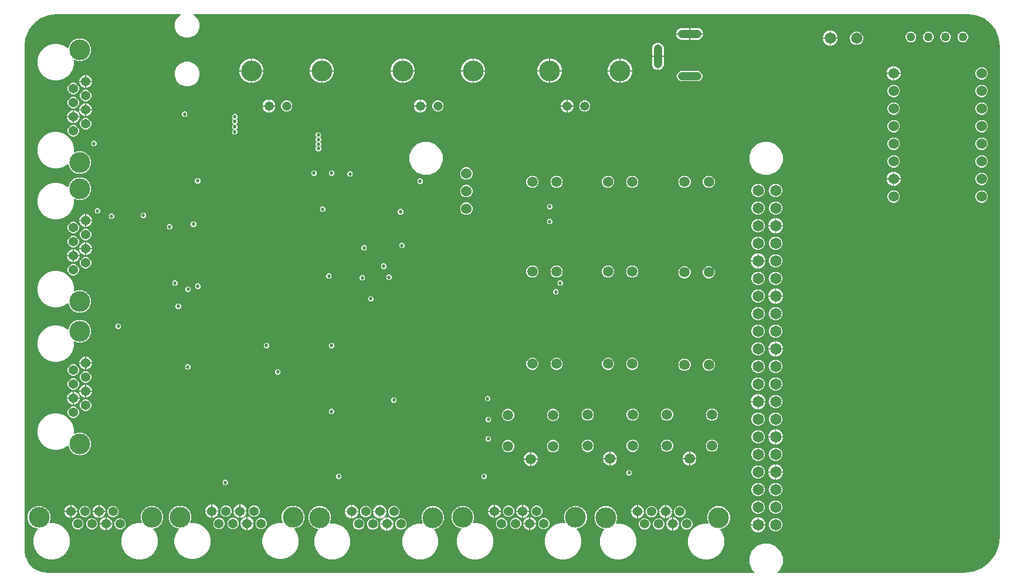
<source format=gbr>
G04 EAGLE Gerber RS-274X export*
G75*
%MOMM*%
%FSLAX34Y34*%
%LPD*%
%INCopper Layer 2*%
%IPPOS*%
%AMOC8*
5,1,8,0,0,1.08239X$1,22.5*%
G01*
G04 Define Apertures*
%ADD10C,1.500000*%
%ADD11C,1.524000*%
%ADD12C,1.335000*%
%ADD13C,3.000000*%
%ADD14C,1.371600*%
%ADD15C,1.200000*%
%ADD16C,1.260000*%
%ADD17C,1.650000*%
%ADD18C,0.525000*%
G36*
X1069014Y25990D02*
X1068717Y25930D01*
X48210Y25930D01*
X48091Y25939D01*
X38067Y27527D01*
X37840Y27601D01*
X28798Y32208D01*
X28605Y32348D01*
X21428Y39525D01*
X21288Y39718D01*
X16681Y48760D01*
X16607Y48987D01*
X15019Y59011D01*
X15010Y59130D01*
X15010Y786518D01*
X15017Y786618D01*
X16571Y798422D01*
X16622Y798614D01*
X21179Y809615D01*
X21278Y809787D01*
X28526Y819233D01*
X28667Y819374D01*
X38113Y826622D01*
X38285Y826721D01*
X49286Y831278D01*
X49478Y831329D01*
X61282Y832883D01*
X61382Y832890D01*
X239768Y832890D01*
X240025Y832845D01*
X240285Y832688D01*
X240462Y832442D01*
X240529Y832146D01*
X240476Y831848D01*
X240311Y831594D01*
X240059Y831424D01*
X239956Y831381D01*
X234989Y826414D01*
X232300Y819923D01*
X232300Y812897D01*
X234989Y806406D01*
X239956Y801439D01*
X246447Y798750D01*
X253473Y798750D01*
X259964Y801439D01*
X264931Y806406D01*
X267620Y812897D01*
X267620Y819923D01*
X264931Y826414D01*
X259964Y831381D01*
X259861Y831424D01*
X259640Y831564D01*
X259461Y831809D01*
X259391Y832104D01*
X259442Y832403D01*
X259605Y832658D01*
X259855Y832830D01*
X260152Y832890D01*
X1377068Y832890D01*
X1377168Y832883D01*
X1388972Y831329D01*
X1389164Y831278D01*
X1400165Y826721D01*
X1400337Y826622D01*
X1409783Y819374D01*
X1409924Y819233D01*
X1417172Y809787D01*
X1417271Y809615D01*
X1421828Y798614D01*
X1421879Y798422D01*
X1423433Y786618D01*
X1423440Y786518D01*
X1423440Y79069D01*
X1423433Y78970D01*
X1421649Y65414D01*
X1421597Y65221D01*
X1416365Y52589D01*
X1416265Y52417D01*
X1407942Y41569D01*
X1407801Y41428D01*
X1396953Y33105D01*
X1396781Y33005D01*
X1384149Y27773D01*
X1383956Y27721D01*
X1370400Y25937D01*
X1370301Y25930D01*
X1102983Y25930D01*
X1102720Y25977D01*
X1102462Y26136D01*
X1102287Y26384D01*
X1102222Y26680D01*
X1102277Y26978D01*
X1102445Y27231D01*
X1106120Y30906D01*
X1109760Y39694D01*
X1109760Y49206D01*
X1106120Y57994D01*
X1099394Y64720D01*
X1090606Y68360D01*
X1081094Y68360D01*
X1072306Y64720D01*
X1065580Y57994D01*
X1061940Y49206D01*
X1061940Y39694D01*
X1065580Y30906D01*
X1069255Y27231D01*
X1069408Y27011D01*
X1069478Y26716D01*
X1069427Y26417D01*
X1069264Y26162D01*
X1069014Y25990D01*
G37*
%LPC*%
G36*
X955870Y805132D02*
X974648Y805132D01*
X974648Y812910D01*
X962711Y812910D01*
X959572Y811610D01*
X957170Y809208D01*
X955870Y806069D01*
X955870Y805132D01*
G37*
G36*
X976172Y805132D02*
X994950Y805132D01*
X994950Y806069D01*
X993650Y809208D01*
X991248Y811610D01*
X988109Y812910D01*
X976172Y812910D01*
X976172Y805132D01*
G37*
G36*
X1167540Y798852D02*
X1177568Y798852D01*
X1177568Y808880D01*
X1176184Y808880D01*
X1172218Y807237D01*
X1169183Y804202D01*
X1167540Y800236D01*
X1167540Y798852D01*
G37*
G36*
X1179092Y798852D02*
X1189120Y798852D01*
X1189120Y800236D01*
X1187477Y804202D01*
X1184442Y807237D01*
X1180476Y808880D01*
X1179092Y808880D01*
X1179092Y798852D01*
G37*
G36*
X1214536Y788570D02*
X1218324Y788570D01*
X1221823Y790019D01*
X1224501Y792697D01*
X1225950Y796196D01*
X1225950Y799984D01*
X1224501Y803483D01*
X1221823Y806161D01*
X1218324Y807610D01*
X1214536Y807610D01*
X1211037Y806161D01*
X1208359Y803483D01*
X1206910Y799984D01*
X1206910Y796196D01*
X1208359Y792697D01*
X1211037Y790019D01*
X1214536Y788570D01*
G37*
G36*
X1368364Y792300D02*
X1371376Y792300D01*
X1374158Y793452D01*
X1376288Y795582D01*
X1377440Y798364D01*
X1377440Y801376D01*
X1376288Y804158D01*
X1374158Y806288D01*
X1371376Y807440D01*
X1368364Y807440D01*
X1365582Y806288D01*
X1363452Y804158D01*
X1362300Y801376D01*
X1362300Y798364D01*
X1363452Y795582D01*
X1365582Y793452D01*
X1368364Y792300D01*
G37*
G36*
X1343364Y792300D02*
X1346376Y792300D01*
X1349158Y793452D01*
X1351288Y795582D01*
X1352440Y798364D01*
X1352440Y801376D01*
X1351288Y804158D01*
X1349158Y806288D01*
X1346376Y807440D01*
X1343364Y807440D01*
X1340582Y806288D01*
X1338452Y804158D01*
X1337300Y801376D01*
X1337300Y798364D01*
X1338452Y795582D01*
X1340582Y793452D01*
X1343364Y792300D01*
G37*
G36*
X1318364Y792300D02*
X1321376Y792300D01*
X1324158Y793452D01*
X1326288Y795582D01*
X1327440Y798364D01*
X1327440Y801376D01*
X1326288Y804158D01*
X1324158Y806288D01*
X1321376Y807440D01*
X1318364Y807440D01*
X1315582Y806288D01*
X1313452Y804158D01*
X1312300Y801376D01*
X1312300Y798364D01*
X1313452Y795582D01*
X1315582Y793452D01*
X1318364Y792300D01*
G37*
G36*
X1293364Y792300D02*
X1296376Y792300D01*
X1299158Y793452D01*
X1301288Y795582D01*
X1302440Y798364D01*
X1302440Y801376D01*
X1301288Y804158D01*
X1299158Y806288D01*
X1296376Y807440D01*
X1293364Y807440D01*
X1290582Y806288D01*
X1288452Y804158D01*
X1287300Y801376D01*
X1287300Y798364D01*
X1288452Y795582D01*
X1290582Y793452D01*
X1293364Y792300D01*
G37*
G36*
X976172Y795830D02*
X988109Y795830D01*
X991248Y797130D01*
X993650Y799532D01*
X994950Y802671D01*
X994950Y803608D01*
X976172Y803608D01*
X976172Y795830D01*
G37*
G36*
X962711Y795830D02*
X974648Y795830D01*
X974648Y803608D01*
X955870Y803608D01*
X955870Y802671D01*
X957170Y799532D01*
X959572Y797130D01*
X962711Y795830D01*
G37*
G36*
X56776Y737340D02*
X63664Y737340D01*
X70317Y739123D01*
X76283Y742567D01*
X81153Y747437D01*
X84597Y753403D01*
X86380Y760056D01*
X86380Y766241D01*
X86429Y766510D01*
X86590Y766767D01*
X86839Y766940D01*
X87136Y767003D01*
X87434Y766945D01*
X91574Y765230D01*
X98046Y765230D01*
X104026Y767707D01*
X108603Y772284D01*
X111080Y778264D01*
X111080Y784736D01*
X108603Y790716D01*
X104026Y795293D01*
X98046Y797770D01*
X91574Y797770D01*
X85594Y795293D01*
X81017Y790716D01*
X78540Y784736D01*
X78540Y784015D01*
X78493Y783752D01*
X78334Y783494D01*
X78086Y783319D01*
X77790Y783254D01*
X77492Y783309D01*
X77239Y783477D01*
X76283Y784433D01*
X70317Y787877D01*
X63664Y789660D01*
X56776Y789660D01*
X50123Y787877D01*
X44157Y784433D01*
X39287Y779563D01*
X35843Y773597D01*
X34060Y766944D01*
X34060Y760056D01*
X35843Y753403D01*
X39287Y747437D01*
X44157Y742567D01*
X50123Y739123D01*
X56776Y737340D01*
G37*
G36*
X1176184Y787300D02*
X1177568Y787300D01*
X1177568Y797328D01*
X1167540Y797328D01*
X1167540Y795944D01*
X1169183Y791978D01*
X1172218Y788943D01*
X1176184Y787300D01*
G37*
G36*
X1179092Y787300D02*
X1180476Y787300D01*
X1184442Y788943D01*
X1187477Y791978D01*
X1189120Y795944D01*
X1189120Y797328D01*
X1179092Y797328D01*
X1179092Y787300D01*
G37*
G36*
X920870Y772632D02*
X928648Y772632D01*
X928648Y791410D01*
X927711Y791410D01*
X924572Y790110D01*
X922170Y787708D01*
X920870Y784569D01*
X920870Y772632D01*
G37*
G36*
X930172Y772632D02*
X937950Y772632D01*
X937950Y784569D01*
X936650Y787708D01*
X934248Y790110D01*
X931109Y791410D01*
X930172Y791410D01*
X930172Y772632D01*
G37*
G36*
X930172Y752330D02*
X931109Y752330D01*
X934248Y753630D01*
X936650Y756032D01*
X937950Y759171D01*
X937950Y771108D01*
X930172Y771108D01*
X930172Y752330D01*
G37*
G36*
X927711Y752330D02*
X928648Y752330D01*
X928648Y771108D01*
X920870Y771108D01*
X920870Y759171D01*
X922170Y756032D01*
X924572Y753630D01*
X927711Y752330D01*
G37*
G36*
X857260Y751862D02*
X874038Y751862D01*
X874038Y768640D01*
X871311Y768640D01*
X864864Y765970D01*
X859930Y761036D01*
X857260Y754589D01*
X857260Y751862D01*
G37*
G36*
X755660Y751862D02*
X772438Y751862D01*
X772438Y768640D01*
X769711Y768640D01*
X763264Y765970D01*
X758330Y761036D01*
X755660Y754589D01*
X755660Y751862D01*
G37*
G36*
X645170Y751862D02*
X661948Y751862D01*
X661948Y768640D01*
X659221Y768640D01*
X652774Y765970D01*
X647840Y761036D01*
X645170Y754589D01*
X645170Y751862D01*
G37*
G36*
X543570Y751862D02*
X560348Y751862D01*
X560348Y768640D01*
X557621Y768640D01*
X551174Y765970D01*
X546240Y761036D01*
X543570Y754589D01*
X543570Y751862D01*
G37*
G36*
X426730Y751862D02*
X443508Y751862D01*
X443508Y768640D01*
X440781Y768640D01*
X434334Y765970D01*
X429400Y761036D01*
X426730Y754589D01*
X426730Y751862D01*
G37*
G36*
X325130Y751862D02*
X341908Y751862D01*
X341908Y768640D01*
X339181Y768640D01*
X332734Y765970D01*
X327800Y761036D01*
X325130Y754589D01*
X325130Y751862D01*
G37*
G36*
X343432Y751862D02*
X360210Y751862D01*
X360210Y754589D01*
X357540Y761036D01*
X352606Y765970D01*
X346159Y768640D01*
X343432Y768640D01*
X343432Y751862D01*
G37*
G36*
X445032Y751862D02*
X461810Y751862D01*
X461810Y754589D01*
X459140Y761036D01*
X454206Y765970D01*
X447759Y768640D01*
X445032Y768640D01*
X445032Y751862D01*
G37*
G36*
X561872Y751862D02*
X578650Y751862D01*
X578650Y754589D01*
X575980Y761036D01*
X571046Y765970D01*
X564599Y768640D01*
X561872Y768640D01*
X561872Y751862D01*
G37*
G36*
X663472Y751862D02*
X680250Y751862D01*
X680250Y754589D01*
X677580Y761036D01*
X672646Y765970D01*
X666199Y768640D01*
X663472Y768640D01*
X663472Y751862D01*
G37*
G36*
X773962Y751862D02*
X790740Y751862D01*
X790740Y754589D01*
X788070Y761036D01*
X783136Y765970D01*
X776689Y768640D01*
X773962Y768640D01*
X773962Y751862D01*
G37*
G36*
X875562Y751862D02*
X892340Y751862D01*
X892340Y754589D01*
X889670Y761036D01*
X884736Y765970D01*
X878289Y768640D01*
X875562Y768640D01*
X875562Y751862D01*
G37*
G36*
X246447Y728750D02*
X253473Y728750D01*
X259964Y731439D01*
X264931Y736406D01*
X267620Y742897D01*
X267620Y749923D01*
X264931Y756414D01*
X259964Y761381D01*
X253473Y764070D01*
X246447Y764070D01*
X239956Y761381D01*
X234989Y756414D01*
X232300Y749923D01*
X232300Y742897D01*
X234989Y736406D01*
X239956Y731439D01*
X246447Y728750D01*
G37*
G36*
X1270532Y748052D02*
X1279930Y748052D01*
X1279930Y749311D01*
X1278383Y753045D01*
X1275525Y755903D01*
X1271791Y757450D01*
X1270532Y757450D01*
X1270532Y748052D01*
G37*
G36*
X1259610Y748052D02*
X1269008Y748052D01*
X1269008Y757450D01*
X1267749Y757450D01*
X1264015Y755903D01*
X1261157Y753045D01*
X1259610Y749311D01*
X1259610Y748052D01*
G37*
G36*
X1395002Y738400D02*
X1398538Y738400D01*
X1401806Y739753D01*
X1404307Y742254D01*
X1405660Y745522D01*
X1405660Y749058D01*
X1404307Y752326D01*
X1401806Y754827D01*
X1398538Y756180D01*
X1395002Y756180D01*
X1391734Y754827D01*
X1389233Y752326D01*
X1387880Y749058D01*
X1387880Y745522D01*
X1389233Y742254D01*
X1391734Y739753D01*
X1395002Y738400D01*
G37*
G36*
X962964Y736100D02*
X987856Y736100D01*
X990528Y737207D01*
X992573Y739252D01*
X993680Y741924D01*
X993680Y744816D01*
X992573Y747488D01*
X990528Y749533D01*
X987856Y750640D01*
X962964Y750640D01*
X960292Y749533D01*
X958247Y747488D01*
X957140Y744816D01*
X957140Y741924D01*
X958247Y739252D01*
X960292Y737207D01*
X962964Y736100D01*
G37*
G36*
X339181Y733560D02*
X341908Y733560D01*
X341908Y750338D01*
X325130Y750338D01*
X325130Y747611D01*
X327800Y741164D01*
X332734Y736230D01*
X339181Y733560D01*
G37*
G36*
X875562Y733560D02*
X878289Y733560D01*
X884736Y736230D01*
X889670Y741164D01*
X892340Y747611D01*
X892340Y750338D01*
X875562Y750338D01*
X875562Y733560D01*
G37*
G36*
X871311Y733560D02*
X874038Y733560D01*
X874038Y750338D01*
X857260Y750338D01*
X857260Y747611D01*
X859930Y741164D01*
X864864Y736230D01*
X871311Y733560D01*
G37*
G36*
X773962Y733560D02*
X776689Y733560D01*
X783136Y736230D01*
X788070Y741164D01*
X790740Y747611D01*
X790740Y750338D01*
X773962Y750338D01*
X773962Y733560D01*
G37*
G36*
X769711Y733560D02*
X772438Y733560D01*
X772438Y750338D01*
X755660Y750338D01*
X755660Y747611D01*
X758330Y741164D01*
X763264Y736230D01*
X769711Y733560D01*
G37*
G36*
X663472Y733560D02*
X666199Y733560D01*
X672646Y736230D01*
X677580Y741164D01*
X680250Y747611D01*
X680250Y750338D01*
X663472Y750338D01*
X663472Y733560D01*
G37*
G36*
X659221Y733560D02*
X661948Y733560D01*
X661948Y750338D01*
X645170Y750338D01*
X645170Y747611D01*
X647840Y741164D01*
X652774Y736230D01*
X659221Y733560D01*
G37*
G36*
X561872Y733560D02*
X564599Y733560D01*
X571046Y736230D01*
X575980Y741164D01*
X578650Y747611D01*
X578650Y750338D01*
X561872Y750338D01*
X561872Y733560D01*
G37*
G36*
X557621Y733560D02*
X560348Y733560D01*
X560348Y750338D01*
X543570Y750338D01*
X543570Y747611D01*
X546240Y741164D01*
X551174Y736230D01*
X557621Y733560D01*
G37*
G36*
X445032Y733560D02*
X447759Y733560D01*
X454206Y736230D01*
X459140Y741164D01*
X461810Y747611D01*
X461810Y750338D01*
X445032Y750338D01*
X445032Y733560D01*
G37*
G36*
X440781Y733560D02*
X443508Y733560D01*
X443508Y750338D01*
X426730Y750338D01*
X426730Y747611D01*
X429400Y741164D01*
X434334Y736230D01*
X440781Y733560D01*
G37*
G36*
X343432Y733560D02*
X346159Y733560D01*
X352606Y736230D01*
X357540Y741164D01*
X360210Y747611D01*
X360210Y750338D01*
X343432Y750338D01*
X343432Y733560D01*
G37*
G36*
X1270532Y737130D02*
X1271791Y737130D01*
X1275525Y738677D01*
X1278383Y741535D01*
X1279930Y745269D01*
X1279930Y746528D01*
X1270532Y746528D01*
X1270532Y737130D01*
G37*
G36*
X1267749Y737130D02*
X1269008Y737130D01*
X1269008Y746528D01*
X1259610Y746528D01*
X1259610Y745269D01*
X1261157Y741535D01*
X1264015Y738677D01*
X1267749Y737130D01*
G37*
G36*
X94002Y736322D02*
X102638Y736322D01*
X102638Y744958D01*
X101531Y744958D01*
X98076Y743527D01*
X95433Y740884D01*
X94002Y737429D01*
X94002Y736322D01*
G37*
G36*
X104162Y736322D02*
X112798Y736322D01*
X112798Y737429D01*
X111367Y740884D01*
X108724Y743527D01*
X105269Y744958D01*
X104162Y744958D01*
X104162Y736322D01*
G37*
G36*
X104162Y726162D02*
X105269Y726162D01*
X108724Y727593D01*
X111367Y730236D01*
X112798Y733691D01*
X112798Y734798D01*
X104162Y734798D01*
X104162Y726162D01*
G37*
G36*
X101531Y726162D02*
X102638Y726162D01*
X102638Y734798D01*
X94002Y734798D01*
X94002Y733691D01*
X95433Y730236D01*
X98076Y727593D01*
X101531Y726162D01*
G37*
G36*
X84003Y717272D02*
X87237Y717272D01*
X90224Y718509D01*
X92511Y720796D01*
X93748Y723783D01*
X93748Y727017D01*
X92511Y730004D01*
X90224Y732291D01*
X87237Y733528D01*
X84003Y733528D01*
X81016Y732291D01*
X78729Y730004D01*
X77492Y727017D01*
X77492Y723783D01*
X78729Y720796D01*
X81016Y718509D01*
X84003Y717272D01*
G37*
G36*
X1395002Y713000D02*
X1398538Y713000D01*
X1401806Y714353D01*
X1404307Y716854D01*
X1405660Y720122D01*
X1405660Y723658D01*
X1404307Y726926D01*
X1401806Y729427D01*
X1398538Y730780D01*
X1395002Y730780D01*
X1391734Y729427D01*
X1389233Y726926D01*
X1387880Y723658D01*
X1387880Y720122D01*
X1389233Y716854D01*
X1391734Y714353D01*
X1395002Y713000D01*
G37*
G36*
X1268002Y713000D02*
X1271538Y713000D01*
X1274806Y714353D01*
X1277307Y716854D01*
X1278660Y720122D01*
X1278660Y723658D01*
X1277307Y726926D01*
X1274806Y729427D01*
X1271538Y730780D01*
X1268002Y730780D01*
X1264734Y729427D01*
X1262233Y726926D01*
X1260880Y723658D01*
X1260880Y720122D01*
X1262233Y716854D01*
X1264734Y714353D01*
X1268002Y713000D01*
G37*
G36*
X101783Y707112D02*
X105017Y707112D01*
X108004Y708349D01*
X110291Y710636D01*
X111528Y713623D01*
X111528Y716857D01*
X110291Y719844D01*
X108004Y722131D01*
X105017Y723368D01*
X101783Y723368D01*
X98796Y722131D01*
X96509Y719844D01*
X95272Y716857D01*
X95272Y713623D01*
X96509Y710636D01*
X98796Y708349D01*
X101783Y707112D01*
G37*
G36*
X84003Y696952D02*
X87237Y696952D01*
X90224Y698189D01*
X92511Y700476D01*
X93748Y703463D01*
X93748Y706697D01*
X92511Y709684D01*
X90224Y711971D01*
X87237Y713208D01*
X84003Y713208D01*
X81016Y711971D01*
X78729Y709684D01*
X77492Y706697D01*
X77492Y703463D01*
X78729Y700476D01*
X81016Y698189D01*
X84003Y696952D01*
G37*
G36*
X368832Y701062D02*
X377285Y701062D01*
X377285Y702133D01*
X375882Y705520D01*
X373290Y708112D01*
X369903Y709515D01*
X368832Y709515D01*
X368832Y701062D01*
G37*
G36*
X358855Y701062D02*
X367308Y701062D01*
X367308Y709515D01*
X366237Y709515D01*
X362850Y708112D01*
X360258Y705520D01*
X358855Y702133D01*
X358855Y701062D01*
G37*
G36*
X789385Y701062D02*
X797838Y701062D01*
X797838Y709515D01*
X796767Y709515D01*
X793380Y708112D01*
X790788Y705520D01*
X789385Y702133D01*
X789385Y701062D01*
G37*
G36*
X577295Y701062D02*
X585748Y701062D01*
X585748Y709515D01*
X584677Y709515D01*
X581290Y708112D01*
X578698Y705520D01*
X577295Y702133D01*
X577295Y701062D01*
G37*
G36*
X587272Y701062D02*
X595725Y701062D01*
X595725Y702133D01*
X594322Y705520D01*
X591730Y708112D01*
X588343Y709515D01*
X587272Y709515D01*
X587272Y701062D01*
G37*
G36*
X799362Y701062D02*
X807815Y701062D01*
X807815Y702133D01*
X806412Y705520D01*
X803820Y708112D01*
X800433Y709515D01*
X799362Y709515D01*
X799362Y701062D01*
G37*
G36*
X822420Y692355D02*
X825580Y692355D01*
X828501Y693565D01*
X830735Y695800D01*
X831945Y698720D01*
X831945Y701880D01*
X830735Y704801D01*
X828501Y707035D01*
X825580Y708245D01*
X822420Y708245D01*
X819500Y707035D01*
X817265Y704801D01*
X816055Y701880D01*
X816055Y698720D01*
X817265Y695800D01*
X819500Y693565D01*
X822420Y692355D01*
G37*
G36*
X610330Y692355D02*
X613490Y692355D01*
X616411Y693565D01*
X618645Y695800D01*
X619855Y698720D01*
X619855Y701880D01*
X618645Y704801D01*
X616411Y707035D01*
X613490Y708245D01*
X610330Y708245D01*
X607410Y707035D01*
X605175Y704801D01*
X603965Y701880D01*
X603965Y698720D01*
X605175Y695800D01*
X607410Y693565D01*
X610330Y692355D01*
G37*
G36*
X391890Y692355D02*
X395050Y692355D01*
X397971Y693565D01*
X400205Y695800D01*
X401415Y698720D01*
X401415Y701880D01*
X400205Y704801D01*
X397971Y707035D01*
X395050Y708245D01*
X391890Y708245D01*
X388970Y707035D01*
X386735Y704801D01*
X385525Y701880D01*
X385525Y698720D01*
X386735Y695800D01*
X388970Y693565D01*
X391890Y692355D01*
G37*
G36*
X1395002Y687600D02*
X1398538Y687600D01*
X1401806Y688953D01*
X1404307Y691454D01*
X1405660Y694722D01*
X1405660Y698258D01*
X1404307Y701526D01*
X1401806Y704027D01*
X1398538Y705380D01*
X1395002Y705380D01*
X1391734Y704027D01*
X1389233Y701526D01*
X1387880Y698258D01*
X1387880Y694722D01*
X1389233Y691454D01*
X1391734Y688953D01*
X1395002Y687600D01*
G37*
G36*
X1268002Y687600D02*
X1271538Y687600D01*
X1274806Y688953D01*
X1277307Y691454D01*
X1278660Y694722D01*
X1278660Y698258D01*
X1277307Y701526D01*
X1274806Y704027D01*
X1271538Y705380D01*
X1268002Y705380D01*
X1264734Y704027D01*
X1262233Y701526D01*
X1260880Y698258D01*
X1260880Y694722D01*
X1262233Y691454D01*
X1264734Y688953D01*
X1268002Y687600D01*
G37*
G36*
X94002Y695682D02*
X102638Y695682D01*
X102638Y704318D01*
X101531Y704318D01*
X98076Y702887D01*
X95433Y700244D01*
X94002Y696789D01*
X94002Y695682D01*
G37*
G36*
X104162Y695682D02*
X112798Y695682D01*
X112798Y696789D01*
X111367Y700244D01*
X108724Y702887D01*
X105269Y704318D01*
X104162Y704318D01*
X104162Y695682D01*
G37*
G36*
X799362Y691085D02*
X800433Y691085D01*
X803820Y692488D01*
X806412Y695080D01*
X807815Y698467D01*
X807815Y699538D01*
X799362Y699538D01*
X799362Y691085D01*
G37*
G36*
X796767Y691085D02*
X797838Y691085D01*
X797838Y699538D01*
X789385Y699538D01*
X789385Y698467D01*
X790788Y695080D01*
X793380Y692488D01*
X796767Y691085D01*
G37*
G36*
X587272Y691085D02*
X588343Y691085D01*
X591730Y692488D01*
X594322Y695080D01*
X595725Y698467D01*
X595725Y699538D01*
X587272Y699538D01*
X587272Y691085D01*
G37*
G36*
X584677Y691085D02*
X585748Y691085D01*
X585748Y699538D01*
X577295Y699538D01*
X577295Y698467D01*
X578698Y695080D01*
X581290Y692488D01*
X584677Y691085D01*
G37*
G36*
X368832Y691085D02*
X369903Y691085D01*
X373290Y692488D01*
X375882Y695080D01*
X377285Y698467D01*
X377285Y699538D01*
X368832Y699538D01*
X368832Y691085D01*
G37*
G36*
X366237Y691085D02*
X367308Y691085D01*
X367308Y699538D01*
X358855Y699538D01*
X358855Y698467D01*
X360258Y695080D01*
X362850Y692488D01*
X366237Y691085D01*
G37*
G36*
X104162Y685522D02*
X105269Y685522D01*
X108724Y686953D01*
X111367Y689596D01*
X112798Y693051D01*
X112798Y694158D01*
X104162Y694158D01*
X104162Y685522D01*
G37*
G36*
X101531Y685522D02*
X102638Y685522D01*
X102638Y694158D01*
X94002Y694158D01*
X94002Y693051D01*
X94927Y690817D01*
X94984Y690562D01*
X94938Y690262D01*
X94779Y690004D01*
X94599Y689876D01*
X94785Y689917D01*
X95083Y689861D01*
X95335Y689694D01*
X98076Y686953D01*
X101531Y685522D01*
G37*
G36*
X76222Y685522D02*
X84858Y685522D01*
X84858Y694158D01*
X83751Y694158D01*
X80296Y692727D01*
X77653Y690084D01*
X76222Y686629D01*
X76222Y685522D01*
G37*
G36*
X86382Y685522D02*
X95018Y685522D01*
X95018Y686629D01*
X94093Y688863D01*
X94036Y689119D01*
X94082Y689418D01*
X94241Y689676D01*
X94421Y689804D01*
X94236Y689763D01*
X93937Y689819D01*
X93685Y689986D01*
X90944Y692727D01*
X87489Y694158D01*
X86382Y694158D01*
X86382Y685522D01*
G37*
G36*
X244767Y684445D02*
X247993Y684445D01*
X250275Y686727D01*
X250275Y689953D01*
X247993Y692235D01*
X244767Y692235D01*
X242485Y689953D01*
X242485Y686727D01*
X244767Y684445D01*
G37*
G36*
X317157Y659045D02*
X320383Y659045D01*
X322665Y661327D01*
X322665Y664553D01*
X321007Y666211D01*
X320849Y666442D01*
X320784Y666738D01*
X320840Y667036D01*
X321007Y667289D01*
X322665Y668947D01*
X322665Y672173D01*
X321007Y673831D01*
X320849Y674062D01*
X320784Y674358D01*
X320840Y674656D01*
X321007Y674909D01*
X322665Y676567D01*
X322665Y679793D01*
X321557Y680901D01*
X321399Y681132D01*
X321334Y681428D01*
X321390Y681726D01*
X321557Y681979D01*
X322698Y683120D01*
X322698Y686346D01*
X320416Y688628D01*
X317190Y688628D01*
X314908Y686346D01*
X314908Y683120D01*
X316016Y682012D01*
X316174Y681781D01*
X316239Y681485D01*
X316183Y681187D01*
X316016Y680934D01*
X314875Y679793D01*
X314875Y676567D01*
X316533Y674909D01*
X316691Y674678D01*
X316756Y674382D01*
X316700Y674084D01*
X316533Y673831D01*
X314875Y672173D01*
X314875Y668947D01*
X316533Y667289D01*
X316691Y667058D01*
X316756Y666762D01*
X316700Y666464D01*
X316533Y666211D01*
X314875Y664553D01*
X314875Y661327D01*
X317157Y659045D01*
G37*
G36*
X86382Y675362D02*
X87489Y675362D01*
X90944Y676793D01*
X93587Y679436D01*
X95018Y682891D01*
X95018Y683998D01*
X86382Y683998D01*
X86382Y675362D01*
G37*
G36*
X83751Y675362D02*
X84858Y675362D01*
X84858Y683998D01*
X76222Y683998D01*
X76222Y682891D01*
X77653Y679436D01*
X80296Y676793D01*
X83751Y675362D01*
G37*
G36*
X101783Y666472D02*
X105017Y666472D01*
X108004Y667709D01*
X110291Y669996D01*
X111528Y672983D01*
X111528Y676217D01*
X110291Y679204D01*
X108004Y681491D01*
X105017Y682728D01*
X101783Y682728D01*
X98796Y681491D01*
X96509Y679204D01*
X95272Y676217D01*
X95272Y672983D01*
X96509Y669996D01*
X98796Y667709D01*
X101783Y666472D01*
G37*
G36*
X1395002Y662200D02*
X1398538Y662200D01*
X1401806Y663553D01*
X1404307Y666054D01*
X1405660Y669322D01*
X1405660Y672858D01*
X1404307Y676126D01*
X1401806Y678627D01*
X1398538Y679980D01*
X1395002Y679980D01*
X1391734Y678627D01*
X1389233Y676126D01*
X1387880Y672858D01*
X1387880Y669322D01*
X1389233Y666054D01*
X1391734Y663553D01*
X1395002Y662200D01*
G37*
G36*
X1268002Y662200D02*
X1271538Y662200D01*
X1274806Y663553D01*
X1277307Y666054D01*
X1278660Y669322D01*
X1278660Y672858D01*
X1277307Y676126D01*
X1274806Y678627D01*
X1271538Y679980D01*
X1268002Y679980D01*
X1264734Y678627D01*
X1262233Y676126D01*
X1260880Y672858D01*
X1260880Y669322D01*
X1262233Y666054D01*
X1264734Y663553D01*
X1268002Y662200D01*
G37*
G36*
X84003Y656312D02*
X87237Y656312D01*
X90224Y657549D01*
X92511Y659836D01*
X93748Y662823D01*
X93748Y666057D01*
X92511Y669044D01*
X90224Y671331D01*
X87237Y672568D01*
X84003Y672568D01*
X81016Y671331D01*
X78729Y669044D01*
X77492Y666057D01*
X77492Y662823D01*
X78729Y659836D01*
X81016Y657549D01*
X84003Y656312D01*
G37*
G36*
X91574Y602230D02*
X98046Y602230D01*
X104026Y604707D01*
X108603Y609284D01*
X111080Y615264D01*
X111080Y621736D01*
X108603Y627716D01*
X104026Y632293D01*
X98046Y634770D01*
X91574Y634770D01*
X87434Y633055D01*
X87166Y632998D01*
X86867Y633048D01*
X86612Y633212D01*
X86440Y633462D01*
X86380Y633759D01*
X86380Y639944D01*
X84597Y646597D01*
X81153Y652563D01*
X76283Y657433D01*
X70317Y660877D01*
X63664Y662660D01*
X56776Y662660D01*
X50123Y660877D01*
X44157Y657433D01*
X39287Y652563D01*
X35843Y646597D01*
X34060Y639944D01*
X34060Y633056D01*
X35843Y626403D01*
X39287Y620437D01*
X44157Y615567D01*
X50123Y612123D01*
X56776Y610340D01*
X63664Y610340D01*
X70317Y612123D01*
X76283Y615567D01*
X77239Y616523D01*
X77459Y616676D01*
X77754Y616746D01*
X78053Y616695D01*
X78308Y616532D01*
X78480Y616282D01*
X78540Y615985D01*
X78540Y615264D01*
X81017Y609284D01*
X85594Y604707D01*
X91574Y602230D01*
G37*
G36*
X437840Y634882D02*
X441066Y634882D01*
X443348Y637164D01*
X443348Y640390D01*
X442240Y641498D01*
X442082Y641729D01*
X442017Y642025D01*
X442073Y642323D01*
X442240Y642576D01*
X443348Y643684D01*
X443348Y646910D01*
X442240Y648018D01*
X442082Y648249D01*
X442017Y648545D01*
X442073Y648843D01*
X442240Y649096D01*
X443348Y650204D01*
X443348Y653430D01*
X442207Y654571D01*
X442049Y654802D01*
X441984Y655098D01*
X442040Y655396D01*
X442207Y655649D01*
X443315Y656757D01*
X443315Y659983D01*
X441033Y662265D01*
X437807Y662265D01*
X435525Y659983D01*
X435525Y656757D01*
X436666Y655616D01*
X436824Y655385D01*
X436889Y655089D01*
X436833Y654791D01*
X436666Y654538D01*
X435558Y653430D01*
X435558Y650204D01*
X436666Y649096D01*
X436824Y648865D01*
X436889Y648569D01*
X436833Y648271D01*
X436666Y648018D01*
X435558Y646910D01*
X435558Y643684D01*
X436666Y642576D01*
X436824Y642345D01*
X436889Y642049D01*
X436833Y641751D01*
X436666Y641498D01*
X435558Y640390D01*
X435558Y637164D01*
X437840Y634882D01*
G37*
G36*
X1395002Y636800D02*
X1398538Y636800D01*
X1401806Y638153D01*
X1404307Y640654D01*
X1405660Y643922D01*
X1405660Y647458D01*
X1404307Y650726D01*
X1401806Y653227D01*
X1398538Y654580D01*
X1395002Y654580D01*
X1391734Y653227D01*
X1389233Y650726D01*
X1387880Y647458D01*
X1387880Y643922D01*
X1389233Y640654D01*
X1391734Y638153D01*
X1395002Y636800D01*
G37*
G36*
X1268002Y636800D02*
X1271538Y636800D01*
X1274806Y638153D01*
X1277307Y640654D01*
X1278660Y643922D01*
X1278660Y647458D01*
X1277307Y650726D01*
X1274806Y653227D01*
X1271538Y654580D01*
X1268002Y654580D01*
X1264734Y653227D01*
X1262233Y650726D01*
X1260880Y647458D01*
X1260880Y643922D01*
X1262233Y640654D01*
X1264734Y638153D01*
X1268002Y636800D01*
G37*
G36*
X113957Y642112D02*
X117183Y642112D01*
X119465Y644394D01*
X119465Y647620D01*
X117183Y649902D01*
X113957Y649902D01*
X111675Y647620D01*
X111675Y644394D01*
X113957Y642112D01*
G37*
G36*
X590094Y600860D02*
X599606Y600860D01*
X608394Y604500D01*
X615120Y611226D01*
X618760Y620014D01*
X618760Y629526D01*
X615120Y638314D01*
X608394Y645040D01*
X599606Y648680D01*
X590094Y648680D01*
X581306Y645040D01*
X574580Y638314D01*
X570940Y629526D01*
X570940Y620014D01*
X574580Y611226D01*
X581306Y604500D01*
X590094Y600860D01*
G37*
G36*
X1081094Y600540D02*
X1090606Y600540D01*
X1099394Y604180D01*
X1106120Y610906D01*
X1109760Y619694D01*
X1109760Y629206D01*
X1106120Y637994D01*
X1099394Y644720D01*
X1090606Y648360D01*
X1081094Y648360D01*
X1072306Y644720D01*
X1065580Y637994D01*
X1061940Y629206D01*
X1061940Y619694D01*
X1065580Y610906D01*
X1072306Y604180D01*
X1081094Y600540D01*
G37*
G36*
X1395002Y611400D02*
X1398538Y611400D01*
X1401806Y612753D01*
X1404307Y615254D01*
X1405660Y618522D01*
X1405660Y622058D01*
X1404307Y625326D01*
X1401806Y627827D01*
X1398538Y629180D01*
X1395002Y629180D01*
X1391734Y627827D01*
X1389233Y625326D01*
X1387880Y622058D01*
X1387880Y618522D01*
X1389233Y615254D01*
X1391734Y612753D01*
X1395002Y611400D01*
G37*
G36*
X1268002Y611400D02*
X1271538Y611400D01*
X1274806Y612753D01*
X1277307Y615254D01*
X1278660Y618522D01*
X1278660Y622058D01*
X1277307Y625326D01*
X1274806Y627827D01*
X1271538Y629180D01*
X1268002Y629180D01*
X1264734Y627827D01*
X1262233Y625326D01*
X1260880Y622058D01*
X1260880Y618522D01*
X1262233Y615254D01*
X1264734Y612753D01*
X1268002Y611400D01*
G37*
G36*
X651242Y594030D02*
X654778Y594030D01*
X658046Y595383D01*
X660547Y597884D01*
X661900Y601152D01*
X661900Y604688D01*
X660547Y607956D01*
X658046Y610457D01*
X654778Y611810D01*
X651242Y611810D01*
X647974Y610457D01*
X645473Y607956D01*
X644120Y604688D01*
X644120Y601152D01*
X645473Y597884D01*
X647974Y595383D01*
X651242Y594030D01*
G37*
G36*
X456857Y599355D02*
X460083Y599355D01*
X462365Y601637D01*
X462365Y604863D01*
X460083Y607145D01*
X456857Y607145D01*
X454575Y604863D01*
X454575Y601637D01*
X456857Y599355D01*
G37*
G36*
X431457Y599355D02*
X434683Y599355D01*
X436965Y601637D01*
X436965Y604863D01*
X434683Y607145D01*
X431457Y607145D01*
X429175Y604863D01*
X429175Y601637D01*
X431457Y599355D01*
G37*
G36*
X483527Y598085D02*
X486753Y598085D01*
X489035Y600367D01*
X489035Y603593D01*
X486753Y605875D01*
X483527Y605875D01*
X481245Y603593D01*
X481245Y600367D01*
X483527Y598085D01*
G37*
G36*
X1259610Y595652D02*
X1269008Y595652D01*
X1269008Y605050D01*
X1267749Y605050D01*
X1264015Y603503D01*
X1261157Y600645D01*
X1259610Y596911D01*
X1259610Y595652D01*
G37*
G36*
X1270532Y595652D02*
X1279930Y595652D01*
X1279930Y596911D01*
X1278383Y600645D01*
X1275525Y603503D01*
X1271791Y605050D01*
X1270532Y605050D01*
X1270532Y595652D01*
G37*
G36*
X1395002Y586000D02*
X1398538Y586000D01*
X1401806Y587353D01*
X1404307Y589854D01*
X1405660Y593122D01*
X1405660Y596658D01*
X1404307Y599926D01*
X1401806Y602427D01*
X1398538Y603780D01*
X1395002Y603780D01*
X1391734Y602427D01*
X1389233Y599926D01*
X1387880Y596658D01*
X1387880Y593122D01*
X1389233Y589854D01*
X1391734Y587353D01*
X1395002Y586000D01*
G37*
G36*
X1001246Y582130D02*
X1004734Y582130D01*
X1007958Y583465D01*
X1010425Y585932D01*
X1011760Y589156D01*
X1011760Y592644D01*
X1010425Y595868D01*
X1007958Y598335D01*
X1004734Y599670D01*
X1001246Y599670D01*
X998022Y598335D01*
X995555Y595868D01*
X994220Y592644D01*
X994220Y589156D01*
X995555Y585932D01*
X998022Y583465D01*
X1001246Y582130D01*
G37*
G36*
X781536Y582130D02*
X785024Y582130D01*
X788248Y583465D01*
X790715Y585932D01*
X792050Y589156D01*
X792050Y592644D01*
X790715Y595868D01*
X788248Y598335D01*
X785024Y599670D01*
X781536Y599670D01*
X778312Y598335D01*
X775845Y595868D01*
X774510Y592644D01*
X774510Y589156D01*
X775845Y585932D01*
X778312Y583465D01*
X781536Y582130D01*
G37*
G36*
X746536Y582130D02*
X750024Y582130D01*
X753248Y583465D01*
X755715Y585932D01*
X757050Y589156D01*
X757050Y592644D01*
X755715Y595868D01*
X753248Y598335D01*
X750024Y599670D01*
X746536Y599670D01*
X743312Y598335D01*
X740845Y595868D01*
X739510Y592644D01*
X739510Y589156D01*
X740845Y585932D01*
X743312Y583465D01*
X746536Y582130D01*
G37*
G36*
X855756Y582130D02*
X859244Y582130D01*
X862468Y583465D01*
X864935Y585932D01*
X866270Y589156D01*
X866270Y592644D01*
X864935Y595868D01*
X862468Y598335D01*
X859244Y599670D01*
X855756Y599670D01*
X852532Y598335D01*
X850065Y595868D01*
X848730Y592644D01*
X848730Y589156D01*
X850065Y585932D01*
X852532Y583465D01*
X855756Y582130D01*
G37*
G36*
X966246Y582130D02*
X969734Y582130D01*
X972958Y583465D01*
X975425Y585932D01*
X976760Y589156D01*
X976760Y592644D01*
X975425Y595868D01*
X972958Y598335D01*
X969734Y599670D01*
X966246Y599670D01*
X963022Y598335D01*
X960555Y595868D01*
X959220Y592644D01*
X959220Y589156D01*
X960555Y585932D01*
X963022Y583465D01*
X966246Y582130D01*
G37*
G36*
X890756Y582130D02*
X894244Y582130D01*
X897468Y583465D01*
X899935Y585932D01*
X901270Y589156D01*
X901270Y592644D01*
X899935Y595868D01*
X897468Y598335D01*
X894244Y599670D01*
X890756Y599670D01*
X887532Y598335D01*
X885065Y595868D01*
X883730Y592644D01*
X883730Y589156D01*
X885065Y585932D01*
X887532Y583465D01*
X890756Y582130D01*
G37*
G36*
X56776Y536680D02*
X63664Y536680D01*
X70317Y538463D01*
X76283Y541907D01*
X81153Y546777D01*
X84597Y552743D01*
X86380Y559396D01*
X86380Y565581D01*
X86429Y565850D01*
X86590Y566107D01*
X86839Y566280D01*
X87136Y566343D01*
X87434Y566285D01*
X91574Y564570D01*
X98046Y564570D01*
X104026Y567047D01*
X108603Y571624D01*
X111080Y577604D01*
X111080Y584076D01*
X108603Y590056D01*
X104026Y594633D01*
X98046Y597110D01*
X91574Y597110D01*
X85594Y594633D01*
X81017Y590056D01*
X78540Y584076D01*
X78540Y583355D01*
X78493Y583092D01*
X78334Y582834D01*
X78086Y582659D01*
X77790Y582594D01*
X77492Y582649D01*
X77239Y582817D01*
X76283Y583773D01*
X70317Y587217D01*
X63664Y589000D01*
X56776Y589000D01*
X50123Y587217D01*
X44157Y583773D01*
X39287Y578903D01*
X35843Y572937D01*
X34060Y566284D01*
X34060Y559396D01*
X35843Y552743D01*
X39287Y546777D01*
X44157Y541907D01*
X50123Y538463D01*
X56776Y536680D01*
G37*
G36*
X263443Y588420D02*
X266670Y588420D01*
X268952Y590702D01*
X268952Y593928D01*
X266670Y596210D01*
X263443Y596210D01*
X261162Y593928D01*
X261162Y590702D01*
X263443Y588420D01*
G37*
G36*
X584619Y587736D02*
X587845Y587736D01*
X590127Y590018D01*
X590127Y593244D01*
X587845Y595526D01*
X584619Y595526D01*
X582337Y593244D01*
X582337Y590018D01*
X584619Y587736D01*
G37*
G36*
X1270532Y584730D02*
X1271791Y584730D01*
X1275525Y586277D01*
X1278383Y589135D01*
X1279930Y592869D01*
X1279930Y594128D01*
X1270532Y594128D01*
X1270532Y584730D01*
G37*
G36*
X1267749Y584730D02*
X1269008Y584730D01*
X1269008Y594128D01*
X1259610Y594128D01*
X1259610Y592869D01*
X1261157Y589135D01*
X1264015Y586277D01*
X1267749Y584730D01*
G37*
G36*
X1097656Y568710D02*
X1101444Y568710D01*
X1104943Y570159D01*
X1107621Y572837D01*
X1109070Y576336D01*
X1109070Y580124D01*
X1107621Y583623D01*
X1104943Y586301D01*
X1101444Y587750D01*
X1097656Y587750D01*
X1094157Y586301D01*
X1091479Y583623D01*
X1090030Y580124D01*
X1090030Y576336D01*
X1091479Y572837D01*
X1094157Y570159D01*
X1097656Y568710D01*
G37*
G36*
X1072256Y568710D02*
X1076044Y568710D01*
X1079543Y570159D01*
X1082221Y572837D01*
X1083670Y576336D01*
X1083670Y580124D01*
X1082221Y583623D01*
X1079543Y586301D01*
X1076044Y587750D01*
X1072256Y587750D01*
X1068757Y586301D01*
X1066079Y583623D01*
X1064630Y580124D01*
X1064630Y576336D01*
X1066079Y572837D01*
X1068757Y570159D01*
X1072256Y568710D01*
G37*
G36*
X651242Y568630D02*
X654778Y568630D01*
X658046Y569983D01*
X660547Y572484D01*
X661900Y575752D01*
X661900Y579288D01*
X660547Y582556D01*
X658046Y585057D01*
X654778Y586410D01*
X651242Y586410D01*
X647974Y585057D01*
X645473Y582556D01*
X644120Y579288D01*
X644120Y575752D01*
X645473Y572484D01*
X647974Y569983D01*
X651242Y568630D01*
G37*
G36*
X1268002Y560600D02*
X1271538Y560600D01*
X1274806Y561953D01*
X1277307Y564454D01*
X1278660Y567722D01*
X1278660Y571258D01*
X1277307Y574526D01*
X1274806Y577027D01*
X1271538Y578380D01*
X1268002Y578380D01*
X1264734Y577027D01*
X1262233Y574526D01*
X1260880Y571258D01*
X1260880Y567722D01*
X1262233Y564454D01*
X1264734Y561953D01*
X1268002Y560600D01*
G37*
G36*
X1395002Y560600D02*
X1398538Y560600D01*
X1401806Y561953D01*
X1404307Y564454D01*
X1405660Y567722D01*
X1405660Y571258D01*
X1404307Y574526D01*
X1401806Y577027D01*
X1398538Y578380D01*
X1395002Y578380D01*
X1391734Y577027D01*
X1389233Y574526D01*
X1387880Y571258D01*
X1387880Y567722D01*
X1389233Y564454D01*
X1391734Y561953D01*
X1395002Y560600D01*
G37*
G36*
X1072256Y543310D02*
X1076044Y543310D01*
X1079543Y544759D01*
X1082221Y547437D01*
X1083670Y550936D01*
X1083670Y554724D01*
X1082221Y558223D01*
X1079543Y560901D01*
X1076044Y562350D01*
X1072256Y562350D01*
X1068757Y560901D01*
X1066079Y558223D01*
X1064630Y554724D01*
X1064630Y550936D01*
X1066079Y547437D01*
X1068757Y544759D01*
X1072256Y543310D01*
G37*
G36*
X1097656Y543310D02*
X1101444Y543310D01*
X1104943Y544759D01*
X1107621Y547437D01*
X1109070Y550936D01*
X1109070Y554724D01*
X1107621Y558223D01*
X1104943Y560901D01*
X1101444Y562350D01*
X1097656Y562350D01*
X1094157Y560901D01*
X1091479Y558223D01*
X1090030Y554724D01*
X1090030Y550936D01*
X1091479Y547437D01*
X1094157Y544759D01*
X1097656Y543310D01*
G37*
G36*
X651242Y543230D02*
X654778Y543230D01*
X658046Y544583D01*
X660547Y547084D01*
X661900Y550352D01*
X661900Y553888D01*
X660547Y557156D01*
X658046Y559657D01*
X654778Y561010D01*
X651242Y561010D01*
X647974Y559657D01*
X645473Y557156D01*
X644120Y553888D01*
X644120Y550352D01*
X645473Y547084D01*
X647974Y544583D01*
X651242Y543230D01*
G37*
G36*
X771817Y551095D02*
X775043Y551095D01*
X777325Y553377D01*
X777325Y556603D01*
X775043Y558885D01*
X771817Y558885D01*
X769535Y556603D01*
X769535Y553377D01*
X771817Y551095D01*
G37*
G36*
X444157Y547285D02*
X447383Y547285D01*
X449665Y549567D01*
X449665Y552793D01*
X447383Y555075D01*
X444157Y555075D01*
X441875Y552793D01*
X441875Y549567D01*
X444157Y547285D01*
G37*
G36*
X119037Y544745D02*
X122263Y544745D01*
X124545Y547027D01*
X124545Y550253D01*
X122263Y552535D01*
X119037Y552535D01*
X116755Y550253D01*
X116755Y547027D01*
X119037Y544745D01*
G37*
G36*
X556425Y543729D02*
X559651Y543729D01*
X561933Y546011D01*
X561933Y549237D01*
X559651Y551519D01*
X556425Y551519D01*
X554143Y549237D01*
X554143Y546011D01*
X556425Y543729D01*
G37*
G36*
X185077Y538395D02*
X188303Y538395D01*
X190585Y540677D01*
X190585Y543903D01*
X188303Y546185D01*
X185077Y546185D01*
X182795Y543903D01*
X182795Y540677D01*
X185077Y538395D01*
G37*
G36*
X139357Y537125D02*
X142583Y537125D01*
X144865Y539407D01*
X144865Y542633D01*
X142583Y544915D01*
X139357Y544915D01*
X137075Y542633D01*
X137075Y539407D01*
X139357Y537125D01*
G37*
G36*
X94002Y535662D02*
X102638Y535662D01*
X102638Y544298D01*
X101531Y544298D01*
X98076Y542867D01*
X95433Y540224D01*
X94002Y536769D01*
X94002Y535662D01*
G37*
G36*
X104162Y535662D02*
X112798Y535662D01*
X112798Y536769D01*
X111367Y540224D01*
X108724Y542867D01*
X105269Y544298D01*
X104162Y544298D01*
X104162Y535662D01*
G37*
G36*
X1088760Y528192D02*
X1098788Y528192D01*
X1098788Y538220D01*
X1097404Y538220D01*
X1093438Y536577D01*
X1090403Y533542D01*
X1088760Y529576D01*
X1088760Y528192D01*
G37*
G36*
X1100312Y528192D02*
X1110340Y528192D01*
X1110340Y529576D01*
X1108697Y533542D01*
X1105662Y536577D01*
X1101696Y538220D01*
X1100312Y538220D01*
X1100312Y528192D01*
G37*
G36*
X771817Y529505D02*
X775043Y529505D01*
X777325Y531787D01*
X777325Y535013D01*
X775043Y537295D01*
X771817Y537295D01*
X769535Y535013D01*
X769535Y531787D01*
X771817Y529505D01*
G37*
G36*
X1072256Y517910D02*
X1076044Y517910D01*
X1079543Y519359D01*
X1082221Y522037D01*
X1083670Y525536D01*
X1083670Y529324D01*
X1082221Y532823D01*
X1079543Y535501D01*
X1076044Y536950D01*
X1072256Y536950D01*
X1068757Y535501D01*
X1066079Y532823D01*
X1064630Y529324D01*
X1064630Y525536D01*
X1066079Y522037D01*
X1068757Y519359D01*
X1072256Y517910D01*
G37*
G36*
X104162Y525502D02*
X105269Y525502D01*
X108724Y526933D01*
X111367Y529576D01*
X112798Y533031D01*
X112798Y534138D01*
X104162Y534138D01*
X104162Y525502D01*
G37*
G36*
X101531Y525502D02*
X102638Y525502D01*
X102638Y534138D01*
X94002Y534138D01*
X94002Y533031D01*
X95433Y529576D01*
X98076Y526933D01*
X101531Y525502D01*
G37*
G36*
X257578Y525800D02*
X260804Y525800D01*
X263086Y528082D01*
X263086Y531309D01*
X260804Y533590D01*
X257578Y533590D01*
X255296Y531309D01*
X255296Y528082D01*
X257578Y525800D01*
G37*
G36*
X84003Y516612D02*
X87237Y516612D01*
X90224Y517849D01*
X92511Y520136D01*
X93748Y523123D01*
X93748Y526357D01*
X92511Y529344D01*
X90224Y531631D01*
X87237Y532868D01*
X84003Y532868D01*
X81016Y531631D01*
X78729Y529344D01*
X77492Y526357D01*
X77492Y523123D01*
X78729Y520136D01*
X81016Y517849D01*
X84003Y516612D01*
G37*
G36*
X223177Y521885D02*
X226403Y521885D01*
X228685Y524167D01*
X228685Y527393D01*
X226403Y529675D01*
X223177Y529675D01*
X220895Y527393D01*
X220895Y524167D01*
X223177Y521885D01*
G37*
G36*
X1100312Y516640D02*
X1101696Y516640D01*
X1105662Y518283D01*
X1108697Y521318D01*
X1110340Y525284D01*
X1110340Y526668D01*
X1100312Y526668D01*
X1100312Y516640D01*
G37*
G36*
X1097404Y516640D02*
X1098788Y516640D01*
X1098788Y526668D01*
X1088760Y526668D01*
X1088760Y525284D01*
X1090403Y521318D01*
X1093438Y518283D01*
X1097404Y516640D01*
G37*
G36*
X101783Y506452D02*
X105017Y506452D01*
X108004Y507689D01*
X110291Y509976D01*
X111528Y512963D01*
X111528Y516197D01*
X110291Y519184D01*
X108004Y521471D01*
X105017Y522708D01*
X101783Y522708D01*
X98796Y521471D01*
X96509Y519184D01*
X95272Y516197D01*
X95272Y512963D01*
X96509Y509976D01*
X98796Y507689D01*
X101783Y506452D01*
G37*
G36*
X84003Y496292D02*
X87237Y496292D01*
X90224Y497529D01*
X92511Y499816D01*
X93748Y502803D01*
X93748Y506037D01*
X92511Y509024D01*
X90224Y511311D01*
X87237Y512548D01*
X84003Y512548D01*
X81016Y511311D01*
X78729Y509024D01*
X77492Y506037D01*
X77492Y502803D01*
X78729Y499816D01*
X81016Y497529D01*
X84003Y496292D01*
G37*
G36*
X1097656Y492510D02*
X1101444Y492510D01*
X1104943Y493959D01*
X1107621Y496637D01*
X1109070Y500136D01*
X1109070Y503924D01*
X1107621Y507423D01*
X1104943Y510101D01*
X1101444Y511550D01*
X1097656Y511550D01*
X1094157Y510101D01*
X1091479Y507423D01*
X1090030Y503924D01*
X1090030Y500136D01*
X1091479Y496637D01*
X1094157Y493959D01*
X1097656Y492510D01*
G37*
G36*
X1072256Y492510D02*
X1076044Y492510D01*
X1079543Y493959D01*
X1082221Y496637D01*
X1083670Y500136D01*
X1083670Y503924D01*
X1082221Y507423D01*
X1079543Y510101D01*
X1076044Y511550D01*
X1072256Y511550D01*
X1068757Y510101D01*
X1066079Y507423D01*
X1064630Y503924D01*
X1064630Y500136D01*
X1066079Y496637D01*
X1068757Y493959D01*
X1072256Y492510D01*
G37*
G36*
X94002Y495022D02*
X102638Y495022D01*
X102638Y503658D01*
X101531Y503658D01*
X98076Y502227D01*
X95433Y499584D01*
X94002Y496129D01*
X94002Y495022D01*
G37*
G36*
X104162Y495022D02*
X112798Y495022D01*
X112798Y496129D01*
X111367Y499584D01*
X108724Y502227D01*
X105269Y503658D01*
X104162Y503658D01*
X104162Y495022D01*
G37*
G36*
X558457Y494961D02*
X561683Y494961D01*
X563965Y497243D01*
X563965Y500469D01*
X561683Y502751D01*
X558457Y502751D01*
X556175Y500469D01*
X556175Y497243D01*
X558457Y494961D01*
G37*
G36*
X503847Y491405D02*
X507073Y491405D01*
X509355Y493687D01*
X509355Y496913D01*
X507073Y499195D01*
X503847Y499195D01*
X501565Y496913D01*
X501565Y493687D01*
X503847Y491405D01*
G37*
G36*
X104162Y484862D02*
X105269Y484862D01*
X108724Y486293D01*
X111367Y488936D01*
X112798Y492391D01*
X112798Y493498D01*
X104162Y493498D01*
X104162Y484862D01*
G37*
G36*
X101531Y484862D02*
X102638Y484862D01*
X102638Y493498D01*
X94002Y493498D01*
X94002Y492391D01*
X94927Y490157D01*
X94984Y489902D01*
X94938Y489602D01*
X94779Y489344D01*
X94599Y489216D01*
X94785Y489257D01*
X95083Y489201D01*
X95335Y489034D01*
X98076Y486293D01*
X101531Y484862D01*
G37*
G36*
X76222Y484862D02*
X84858Y484862D01*
X84858Y493498D01*
X83751Y493498D01*
X80296Y492067D01*
X77653Y489424D01*
X76222Y485969D01*
X76222Y484862D01*
G37*
G36*
X86382Y484862D02*
X95018Y484862D01*
X95018Y485969D01*
X94093Y488203D01*
X94036Y488459D01*
X94082Y488758D01*
X94241Y489016D01*
X94421Y489144D01*
X94236Y489103D01*
X93937Y489159D01*
X93685Y489326D01*
X90944Y492067D01*
X87489Y493498D01*
X86382Y493498D01*
X86382Y484862D01*
G37*
G36*
X1063360Y477392D02*
X1073388Y477392D01*
X1073388Y487420D01*
X1072004Y487420D01*
X1068038Y485777D01*
X1065003Y482742D01*
X1063360Y478776D01*
X1063360Y477392D01*
G37*
G36*
X1074912Y477392D02*
X1084940Y477392D01*
X1084940Y478776D01*
X1083297Y482742D01*
X1080262Y485777D01*
X1076296Y487420D01*
X1074912Y487420D01*
X1074912Y477392D01*
G37*
G36*
X1097656Y467110D02*
X1101444Y467110D01*
X1104943Y468559D01*
X1107621Y471237D01*
X1109070Y474736D01*
X1109070Y478524D01*
X1107621Y482023D01*
X1104943Y484701D01*
X1101444Y486150D01*
X1097656Y486150D01*
X1094157Y484701D01*
X1091479Y482023D01*
X1090030Y478524D01*
X1090030Y474736D01*
X1091479Y471237D01*
X1094157Y468559D01*
X1097656Y467110D01*
G37*
G36*
X86382Y474702D02*
X87489Y474702D01*
X90944Y476133D01*
X93587Y478776D01*
X95018Y482231D01*
X95018Y483338D01*
X86382Y483338D01*
X86382Y474702D01*
G37*
G36*
X83751Y474702D02*
X84858Y474702D01*
X84858Y483338D01*
X76222Y483338D01*
X76222Y482231D01*
X77653Y478776D01*
X80296Y476133D01*
X83751Y474702D01*
G37*
G36*
X101783Y465812D02*
X105017Y465812D01*
X108004Y467049D01*
X110291Y469336D01*
X111528Y472323D01*
X111528Y475557D01*
X110291Y478544D01*
X108004Y480831D01*
X105017Y482068D01*
X101783Y482068D01*
X98796Y480831D01*
X96509Y478544D01*
X95272Y475557D01*
X95272Y472323D01*
X96509Y469336D01*
X98796Y467049D01*
X101783Y465812D01*
G37*
G36*
X1074912Y465840D02*
X1076296Y465840D01*
X1080262Y467483D01*
X1083297Y470518D01*
X1084940Y474484D01*
X1084940Y475868D01*
X1074912Y475868D01*
X1074912Y465840D01*
G37*
G36*
X1072004Y465840D02*
X1073388Y465840D01*
X1073388Y475868D01*
X1063360Y475868D01*
X1063360Y474484D01*
X1065003Y470518D01*
X1068038Y467483D01*
X1072004Y465840D01*
G37*
G36*
X532032Y464981D02*
X535259Y464981D01*
X537541Y467262D01*
X537541Y470489D01*
X535259Y472771D01*
X532032Y472771D01*
X529751Y470489D01*
X529751Y467262D01*
X532032Y464981D01*
G37*
G36*
X84003Y455652D02*
X87237Y455652D01*
X90224Y456889D01*
X92511Y459176D01*
X93748Y462163D01*
X93748Y465397D01*
X92511Y468384D01*
X90224Y470671D01*
X87237Y471908D01*
X84003Y471908D01*
X81016Y470671D01*
X78729Y468384D01*
X77492Y465397D01*
X77492Y462163D01*
X78729Y459176D01*
X81016Y456889D01*
X84003Y455652D01*
G37*
G36*
X890756Y452590D02*
X894244Y452590D01*
X897468Y453925D01*
X899935Y456392D01*
X901270Y459616D01*
X901270Y463104D01*
X899935Y466328D01*
X897468Y468795D01*
X894244Y470130D01*
X890756Y470130D01*
X887532Y468795D01*
X885065Y466328D01*
X883730Y463104D01*
X883730Y459616D01*
X885065Y456392D01*
X887532Y453925D01*
X890756Y452590D01*
G37*
G36*
X781536Y452590D02*
X785024Y452590D01*
X788248Y453925D01*
X790715Y456392D01*
X792050Y459616D01*
X792050Y463104D01*
X790715Y466328D01*
X788248Y468795D01*
X785024Y470130D01*
X781536Y470130D01*
X778312Y468795D01*
X775845Y466328D01*
X774510Y463104D01*
X774510Y459616D01*
X775845Y456392D01*
X778312Y453925D01*
X781536Y452590D01*
G37*
G36*
X855756Y452590D02*
X859244Y452590D01*
X862468Y453925D01*
X864935Y456392D01*
X866270Y459616D01*
X866270Y463104D01*
X864935Y466328D01*
X862468Y468795D01*
X859244Y470130D01*
X855756Y470130D01*
X852532Y468795D01*
X850065Y466328D01*
X848730Y463104D01*
X848730Y459616D01*
X850065Y456392D01*
X852532Y453925D01*
X855756Y452590D01*
G37*
G36*
X746536Y452590D02*
X750024Y452590D01*
X753248Y453925D01*
X755715Y456392D01*
X757050Y459616D01*
X757050Y463104D01*
X755715Y466328D01*
X753248Y468795D01*
X750024Y470130D01*
X746536Y470130D01*
X743312Y468795D01*
X740845Y466328D01*
X739510Y463104D01*
X739510Y459616D01*
X740845Y456392D01*
X743312Y453925D01*
X746536Y452590D01*
G37*
G36*
X966246Y451320D02*
X969734Y451320D01*
X972958Y452655D01*
X975425Y455122D01*
X976760Y458346D01*
X976760Y461834D01*
X975425Y465058D01*
X972958Y467525D01*
X969734Y468860D01*
X966246Y468860D01*
X963022Y467525D01*
X960555Y465058D01*
X959220Y461834D01*
X959220Y458346D01*
X960555Y455122D01*
X963022Y452655D01*
X966246Y451320D01*
G37*
G36*
X1001246Y451320D02*
X1004734Y451320D01*
X1007958Y452655D01*
X1010425Y455122D01*
X1011760Y458346D01*
X1011760Y461834D01*
X1010425Y465058D01*
X1007958Y467525D01*
X1004734Y468860D01*
X1001246Y468860D01*
X998022Y467525D01*
X995555Y465058D01*
X994220Y461834D01*
X994220Y458346D01*
X995555Y455122D01*
X998022Y452655D01*
X1001246Y451320D01*
G37*
G36*
X91574Y401570D02*
X98046Y401570D01*
X104026Y404047D01*
X108603Y408624D01*
X111080Y414604D01*
X111080Y421076D01*
X108603Y427056D01*
X104026Y431633D01*
X98046Y434110D01*
X91574Y434110D01*
X87434Y432395D01*
X87166Y432338D01*
X86867Y432388D01*
X86612Y432552D01*
X86440Y432802D01*
X86380Y433099D01*
X86380Y439284D01*
X84597Y445937D01*
X81153Y451903D01*
X76283Y456773D01*
X70317Y460217D01*
X63664Y462000D01*
X56776Y462000D01*
X50123Y460217D01*
X44157Y456773D01*
X39287Y451903D01*
X35843Y445937D01*
X34060Y439284D01*
X34060Y432396D01*
X35843Y425743D01*
X39287Y419777D01*
X44157Y414907D01*
X50123Y411463D01*
X56776Y409680D01*
X63664Y409680D01*
X70317Y411463D01*
X76283Y414907D01*
X77239Y415863D01*
X77459Y416016D01*
X77754Y416086D01*
X78053Y416035D01*
X78308Y415872D01*
X78480Y415622D01*
X78540Y415325D01*
X78540Y414604D01*
X81017Y408624D01*
X85594Y404047D01*
X91574Y401570D01*
G37*
G36*
X1072256Y441710D02*
X1076044Y441710D01*
X1079543Y443159D01*
X1082221Y445837D01*
X1083670Y449336D01*
X1083670Y453124D01*
X1082221Y456623D01*
X1079543Y459301D01*
X1076044Y460750D01*
X1072256Y460750D01*
X1068757Y459301D01*
X1066079Y456623D01*
X1064630Y453124D01*
X1064630Y449336D01*
X1066079Y445837D01*
X1068757Y443159D01*
X1072256Y441710D01*
G37*
G36*
X1097656Y441710D02*
X1101444Y441710D01*
X1104943Y443159D01*
X1107621Y445837D01*
X1109070Y449336D01*
X1109070Y453124D01*
X1107621Y456623D01*
X1104943Y459301D01*
X1101444Y460750D01*
X1097656Y460750D01*
X1094157Y459301D01*
X1091479Y456623D01*
X1090030Y453124D01*
X1090030Y449336D01*
X1091479Y445837D01*
X1094157Y443159D01*
X1097656Y441710D01*
G37*
G36*
X452940Y450765D02*
X456166Y450765D01*
X458448Y453047D01*
X458448Y456273D01*
X456166Y458555D01*
X452940Y458555D01*
X450658Y456273D01*
X450658Y453047D01*
X452940Y450765D01*
G37*
G36*
X539661Y449002D02*
X542887Y449002D01*
X545169Y451283D01*
X545169Y454510D01*
X542887Y456792D01*
X539661Y456792D01*
X537379Y454510D01*
X537379Y451283D01*
X539661Y449002D01*
G37*
G36*
X501307Y448225D02*
X504533Y448225D01*
X506815Y450507D01*
X506815Y453733D01*
X504533Y456015D01*
X501307Y456015D01*
X499025Y453733D01*
X499025Y450507D01*
X501307Y448225D01*
G37*
G36*
X787057Y440605D02*
X790283Y440605D01*
X792565Y442887D01*
X792565Y446113D01*
X790283Y448395D01*
X787057Y448395D01*
X784775Y446113D01*
X784775Y442887D01*
X787057Y440605D01*
G37*
G36*
X230797Y440605D02*
X234023Y440605D01*
X236305Y442887D01*
X236305Y446113D01*
X234023Y448395D01*
X230797Y448395D01*
X228515Y446113D01*
X228515Y442887D01*
X230797Y440605D01*
G37*
G36*
X263733Y436216D02*
X266959Y436216D01*
X269241Y438497D01*
X269241Y441724D01*
X266959Y444006D01*
X263733Y444006D01*
X261451Y441724D01*
X261451Y438497D01*
X263733Y436216D01*
G37*
G36*
X249847Y431715D02*
X253073Y431715D01*
X255355Y433997D01*
X255355Y437223D01*
X253073Y439505D01*
X249847Y439505D01*
X247565Y437223D01*
X247565Y433997D01*
X249847Y431715D01*
G37*
G36*
X1088760Y426592D02*
X1098788Y426592D01*
X1098788Y436620D01*
X1097404Y436620D01*
X1093438Y434977D01*
X1090403Y431942D01*
X1088760Y427976D01*
X1088760Y426592D01*
G37*
G36*
X1100312Y426592D02*
X1110340Y426592D01*
X1110340Y427976D01*
X1108697Y431942D01*
X1105662Y434977D01*
X1101696Y436620D01*
X1100312Y436620D01*
X1100312Y426592D01*
G37*
G36*
X780707Y427905D02*
X783933Y427905D01*
X786215Y430187D01*
X786215Y433413D01*
X783933Y435695D01*
X780707Y435695D01*
X778425Y433413D01*
X778425Y430187D01*
X780707Y427905D01*
G37*
G36*
X1072256Y416310D02*
X1076044Y416310D01*
X1079543Y417759D01*
X1082221Y420437D01*
X1083670Y423936D01*
X1083670Y427724D01*
X1082221Y431223D01*
X1079543Y433901D01*
X1076044Y435350D01*
X1072256Y435350D01*
X1068757Y433901D01*
X1066079Y431223D01*
X1064630Y427724D01*
X1064630Y423936D01*
X1066079Y420437D01*
X1068757Y417759D01*
X1072256Y416310D01*
G37*
G36*
X513499Y417999D02*
X516725Y417999D01*
X519007Y420281D01*
X519007Y423507D01*
X516725Y425789D01*
X513499Y425789D01*
X511217Y423507D01*
X511217Y420281D01*
X513499Y417999D01*
G37*
G36*
X1100312Y415040D02*
X1101696Y415040D01*
X1105662Y416683D01*
X1108697Y419718D01*
X1110340Y423684D01*
X1110340Y425068D01*
X1100312Y425068D01*
X1100312Y415040D01*
G37*
G36*
X1097404Y415040D02*
X1098788Y415040D01*
X1098788Y425068D01*
X1088760Y425068D01*
X1088760Y423684D01*
X1090403Y419718D01*
X1093438Y416683D01*
X1097404Y415040D01*
G37*
G36*
X235598Y407306D02*
X238824Y407306D01*
X241106Y409588D01*
X241106Y412814D01*
X238824Y415096D01*
X235598Y415096D01*
X233316Y412814D01*
X233316Y409588D01*
X235598Y407306D01*
G37*
G36*
X1097656Y390910D02*
X1101444Y390910D01*
X1104943Y392359D01*
X1107621Y395037D01*
X1109070Y398536D01*
X1109070Y402324D01*
X1107621Y405823D01*
X1104943Y408501D01*
X1101444Y409950D01*
X1097656Y409950D01*
X1094157Y408501D01*
X1091479Y405823D01*
X1090030Y402324D01*
X1090030Y398536D01*
X1091479Y395037D01*
X1094157Y392359D01*
X1097656Y390910D01*
G37*
G36*
X1072256Y390910D02*
X1076044Y390910D01*
X1079543Y392359D01*
X1082221Y395037D01*
X1083670Y398536D01*
X1083670Y402324D01*
X1082221Y405823D01*
X1079543Y408501D01*
X1076044Y409950D01*
X1072256Y409950D01*
X1068757Y408501D01*
X1066079Y405823D01*
X1064630Y402324D01*
X1064630Y398536D01*
X1066079Y395037D01*
X1068757Y392359D01*
X1072256Y390910D01*
G37*
G36*
X56776Y330940D02*
X63664Y330940D01*
X70317Y332723D01*
X76283Y336167D01*
X81153Y341037D01*
X84597Y347003D01*
X86380Y353656D01*
X86380Y359841D01*
X86429Y360110D01*
X86590Y360367D01*
X86839Y360540D01*
X87136Y360603D01*
X87434Y360545D01*
X91574Y358830D01*
X98046Y358830D01*
X104026Y361307D01*
X108603Y365884D01*
X111080Y371864D01*
X111080Y378336D01*
X108603Y384316D01*
X104026Y388893D01*
X98046Y391370D01*
X91574Y391370D01*
X85594Y388893D01*
X81017Y384316D01*
X78540Y378336D01*
X78540Y377615D01*
X78493Y377352D01*
X78334Y377094D01*
X78086Y376919D01*
X77790Y376854D01*
X77492Y376909D01*
X77239Y377077D01*
X76283Y378033D01*
X70317Y381477D01*
X63664Y383260D01*
X56776Y383260D01*
X50123Y381477D01*
X44157Y378033D01*
X39287Y373163D01*
X35843Y367197D01*
X34060Y360544D01*
X34060Y353656D01*
X35843Y347003D01*
X39287Y341037D01*
X44157Y336167D01*
X50123Y332723D01*
X56776Y330940D01*
G37*
G36*
X149000Y378375D02*
X152227Y378375D01*
X154509Y380657D01*
X154509Y383883D01*
X152227Y386165D01*
X149000Y386165D01*
X146719Y383883D01*
X146719Y380657D01*
X149000Y378375D01*
G37*
G36*
X1072256Y365510D02*
X1076044Y365510D01*
X1079543Y366959D01*
X1082221Y369637D01*
X1083670Y373136D01*
X1083670Y376924D01*
X1082221Y380423D01*
X1079543Y383101D01*
X1076044Y384550D01*
X1072256Y384550D01*
X1068757Y383101D01*
X1066079Y380423D01*
X1064630Y376924D01*
X1064630Y373136D01*
X1066079Y369637D01*
X1068757Y366959D01*
X1072256Y365510D01*
G37*
G36*
X1097656Y365510D02*
X1101444Y365510D01*
X1104943Y366959D01*
X1107621Y369637D01*
X1109070Y373136D01*
X1109070Y376924D01*
X1107621Y380423D01*
X1104943Y383101D01*
X1101444Y384550D01*
X1097656Y384550D01*
X1094157Y383101D01*
X1091479Y380423D01*
X1090030Y376924D01*
X1090030Y373136D01*
X1091479Y369637D01*
X1094157Y366959D01*
X1097656Y365510D01*
G37*
G36*
X1088760Y350392D02*
X1098788Y350392D01*
X1098788Y360420D01*
X1097404Y360420D01*
X1093438Y358777D01*
X1090403Y355742D01*
X1088760Y351776D01*
X1088760Y350392D01*
G37*
G36*
X1100312Y350392D02*
X1110340Y350392D01*
X1110340Y351776D01*
X1108697Y355742D01*
X1105662Y358777D01*
X1101696Y360420D01*
X1100312Y360420D01*
X1100312Y350392D01*
G37*
G36*
X1072256Y340110D02*
X1076044Y340110D01*
X1079543Y341559D01*
X1082221Y344237D01*
X1083670Y347736D01*
X1083670Y351524D01*
X1082221Y355023D01*
X1079543Y357701D01*
X1076044Y359150D01*
X1072256Y359150D01*
X1068757Y357701D01*
X1066079Y355023D01*
X1064630Y351524D01*
X1064630Y347736D01*
X1066079Y344237D01*
X1068757Y341559D01*
X1072256Y340110D01*
G37*
G36*
X362877Y350435D02*
X366103Y350435D01*
X368385Y352717D01*
X368385Y355943D01*
X366103Y358225D01*
X362877Y358225D01*
X360595Y355943D01*
X360595Y352717D01*
X362877Y350435D01*
G37*
G36*
X456857Y350435D02*
X460083Y350435D01*
X462365Y352717D01*
X462365Y355943D01*
X460083Y358225D01*
X456857Y358225D01*
X454575Y355943D01*
X454575Y352717D01*
X456857Y350435D01*
G37*
G36*
X1100312Y338840D02*
X1101696Y338840D01*
X1105662Y340483D01*
X1108697Y343518D01*
X1110340Y347484D01*
X1110340Y348868D01*
X1100312Y348868D01*
X1100312Y338840D01*
G37*
G36*
X1097404Y338840D02*
X1098788Y338840D01*
X1098788Y348868D01*
X1088760Y348868D01*
X1088760Y347484D01*
X1090403Y343518D01*
X1093438Y340483D01*
X1097404Y338840D01*
G37*
G36*
X94002Y329922D02*
X102638Y329922D01*
X102638Y338558D01*
X101531Y338558D01*
X98076Y337127D01*
X95433Y334484D01*
X94002Y331029D01*
X94002Y329922D01*
G37*
G36*
X104162Y329922D02*
X112798Y329922D01*
X112798Y331029D01*
X111367Y334484D01*
X108724Y337127D01*
X105269Y338558D01*
X104162Y338558D01*
X104162Y329922D01*
G37*
G36*
X746536Y319240D02*
X750024Y319240D01*
X753248Y320575D01*
X755715Y323042D01*
X757050Y326266D01*
X757050Y329754D01*
X755715Y332978D01*
X753248Y335445D01*
X750024Y336780D01*
X746536Y336780D01*
X743312Y335445D01*
X740845Y332978D01*
X739510Y329754D01*
X739510Y326266D01*
X740845Y323042D01*
X743312Y320575D01*
X746536Y319240D01*
G37*
G36*
X781536Y319240D02*
X785024Y319240D01*
X788248Y320575D01*
X790715Y323042D01*
X792050Y326266D01*
X792050Y329754D01*
X790715Y332978D01*
X788248Y335445D01*
X785024Y336780D01*
X781536Y336780D01*
X778312Y335445D01*
X775845Y332978D01*
X774510Y329754D01*
X774510Y326266D01*
X775845Y323042D01*
X778312Y320575D01*
X781536Y319240D01*
G37*
G36*
X855756Y319240D02*
X859244Y319240D01*
X862468Y320575D01*
X864935Y323042D01*
X866270Y326266D01*
X866270Y329754D01*
X864935Y332978D01*
X862468Y335445D01*
X859244Y336780D01*
X855756Y336780D01*
X852532Y335445D01*
X850065Y332978D01*
X848730Y329754D01*
X848730Y326266D01*
X850065Y323042D01*
X852532Y320575D01*
X855756Y319240D01*
G37*
G36*
X890756Y319240D02*
X894244Y319240D01*
X897468Y320575D01*
X899935Y323042D01*
X901270Y326266D01*
X901270Y329754D01*
X899935Y332978D01*
X897468Y335445D01*
X894244Y336780D01*
X890756Y336780D01*
X887532Y335445D01*
X885065Y332978D01*
X883730Y329754D01*
X883730Y326266D01*
X885065Y323042D01*
X887532Y320575D01*
X890756Y319240D01*
G37*
G36*
X966246Y317970D02*
X969734Y317970D01*
X972958Y319305D01*
X975425Y321772D01*
X976760Y324996D01*
X976760Y328484D01*
X975425Y331708D01*
X972958Y334175D01*
X969734Y335510D01*
X966246Y335510D01*
X963022Y334175D01*
X960555Y331708D01*
X959220Y328484D01*
X959220Y324996D01*
X960555Y321772D01*
X963022Y319305D01*
X966246Y317970D01*
G37*
G36*
X1001246Y317970D02*
X1004734Y317970D01*
X1007958Y319305D01*
X1010425Y321772D01*
X1011760Y324996D01*
X1011760Y328484D01*
X1010425Y331708D01*
X1007958Y334175D01*
X1004734Y335510D01*
X1001246Y335510D01*
X998022Y334175D01*
X995555Y331708D01*
X994220Y328484D01*
X994220Y324996D01*
X995555Y321772D01*
X998022Y319305D01*
X1001246Y317970D01*
G37*
G36*
X1072256Y314710D02*
X1076044Y314710D01*
X1079543Y316159D01*
X1082221Y318837D01*
X1083670Y322336D01*
X1083670Y326124D01*
X1082221Y329623D01*
X1079543Y332301D01*
X1076044Y333750D01*
X1072256Y333750D01*
X1068757Y332301D01*
X1066079Y329623D01*
X1064630Y326124D01*
X1064630Y322336D01*
X1066079Y318837D01*
X1068757Y316159D01*
X1072256Y314710D01*
G37*
G36*
X1097656Y314710D02*
X1101444Y314710D01*
X1104943Y316159D01*
X1107621Y318837D01*
X1109070Y322336D01*
X1109070Y326124D01*
X1107621Y329623D01*
X1104943Y332301D01*
X1101444Y333750D01*
X1097656Y333750D01*
X1094157Y332301D01*
X1091479Y329623D01*
X1090030Y326124D01*
X1090030Y322336D01*
X1091479Y318837D01*
X1094157Y316159D01*
X1097656Y314710D01*
G37*
G36*
X104162Y319762D02*
X105269Y319762D01*
X108724Y321193D01*
X111367Y323836D01*
X112798Y327291D01*
X112798Y328398D01*
X104162Y328398D01*
X104162Y319762D01*
G37*
G36*
X101531Y319762D02*
X102638Y319762D01*
X102638Y328398D01*
X94002Y328398D01*
X94002Y327291D01*
X95433Y323836D01*
X98076Y321193D01*
X101531Y319762D01*
G37*
G36*
X249276Y319510D02*
X252503Y319510D01*
X254784Y321791D01*
X254784Y325018D01*
X252503Y327300D01*
X249276Y327300D01*
X246994Y325018D01*
X246994Y321791D01*
X249276Y319510D01*
G37*
G36*
X84003Y310872D02*
X87237Y310872D01*
X90224Y312109D01*
X92511Y314396D01*
X93748Y317383D01*
X93748Y320617D01*
X92511Y323604D01*
X90224Y325891D01*
X87237Y327128D01*
X84003Y327128D01*
X81016Y325891D01*
X78729Y323604D01*
X77492Y320617D01*
X77492Y317383D01*
X78729Y314396D01*
X81016Y312109D01*
X84003Y310872D01*
G37*
G36*
X379387Y312335D02*
X382613Y312335D01*
X384895Y314617D01*
X384895Y317843D01*
X382613Y320125D01*
X379387Y320125D01*
X377105Y317843D01*
X377105Y314617D01*
X379387Y312335D01*
G37*
G36*
X101783Y300712D02*
X105017Y300712D01*
X108004Y301949D01*
X110291Y304236D01*
X111528Y307223D01*
X111528Y310457D01*
X110291Y313444D01*
X108004Y315731D01*
X105017Y316968D01*
X101783Y316968D01*
X98796Y315731D01*
X96509Y313444D01*
X95272Y310457D01*
X95272Y307223D01*
X96509Y304236D01*
X98796Y301949D01*
X101783Y300712D01*
G37*
G36*
X1097656Y289310D02*
X1101444Y289310D01*
X1104943Y290759D01*
X1107621Y293437D01*
X1109070Y296936D01*
X1109070Y300724D01*
X1107621Y304223D01*
X1104943Y306901D01*
X1101444Y308350D01*
X1097656Y308350D01*
X1094157Y306901D01*
X1091479Y304223D01*
X1090030Y300724D01*
X1090030Y296936D01*
X1091479Y293437D01*
X1094157Y290759D01*
X1097656Y289310D01*
G37*
G36*
X1072256Y289310D02*
X1076044Y289310D01*
X1079543Y290759D01*
X1082221Y293437D01*
X1083670Y296936D01*
X1083670Y300724D01*
X1082221Y304223D01*
X1079543Y306901D01*
X1076044Y308350D01*
X1072256Y308350D01*
X1068757Y306901D01*
X1066079Y304223D01*
X1064630Y300724D01*
X1064630Y296936D01*
X1066079Y293437D01*
X1068757Y290759D01*
X1072256Y289310D01*
G37*
G36*
X84003Y290552D02*
X87237Y290552D01*
X90224Y291789D01*
X92511Y294076D01*
X93748Y297063D01*
X93748Y300297D01*
X92511Y303284D01*
X90224Y305571D01*
X87237Y306808D01*
X84003Y306808D01*
X81016Y305571D01*
X78729Y303284D01*
X77492Y300297D01*
X77492Y297063D01*
X78729Y294076D01*
X81016Y291789D01*
X84003Y290552D01*
G37*
G36*
X94002Y289282D02*
X102638Y289282D01*
X102638Y297918D01*
X101531Y297918D01*
X98076Y296487D01*
X95433Y293844D01*
X94002Y290389D01*
X94002Y289282D01*
G37*
G36*
X104162Y289282D02*
X112798Y289282D01*
X112798Y290389D01*
X111367Y293844D01*
X108724Y296487D01*
X105269Y297918D01*
X104162Y297918D01*
X104162Y289282D01*
G37*
G36*
X104162Y279122D02*
X105269Y279122D01*
X108724Y280553D01*
X111367Y283196D01*
X112798Y286651D01*
X112798Y287758D01*
X104162Y287758D01*
X104162Y279122D01*
G37*
G36*
X101531Y279122D02*
X102638Y279122D01*
X102638Y287758D01*
X94002Y287758D01*
X94002Y286651D01*
X94927Y284417D01*
X94984Y284162D01*
X94938Y283862D01*
X94779Y283604D01*
X94599Y283476D01*
X94785Y283517D01*
X95083Y283461D01*
X95335Y283294D01*
X98076Y280553D01*
X101531Y279122D01*
G37*
G36*
X76222Y279122D02*
X84858Y279122D01*
X84858Y287758D01*
X83751Y287758D01*
X80296Y286327D01*
X77653Y283684D01*
X76222Y280229D01*
X76222Y279122D01*
G37*
G36*
X86382Y279122D02*
X95018Y279122D01*
X95018Y280229D01*
X94093Y282463D01*
X94036Y282719D01*
X94082Y283018D01*
X94241Y283276D01*
X94421Y283404D01*
X94236Y283363D01*
X93937Y283419D01*
X93685Y283586D01*
X90944Y286327D01*
X87489Y287758D01*
X86382Y287758D01*
X86382Y279122D01*
G37*
G36*
X1063360Y274192D02*
X1073388Y274192D01*
X1073388Y284220D01*
X1072004Y284220D01*
X1068038Y282577D01*
X1065003Y279542D01*
X1063360Y275576D01*
X1063360Y274192D01*
G37*
G36*
X1074912Y274192D02*
X1084940Y274192D01*
X1084940Y275576D01*
X1083297Y279542D01*
X1080262Y282577D01*
X1076296Y284220D01*
X1074912Y284220D01*
X1074912Y274192D01*
G37*
G36*
X1097656Y263910D02*
X1101444Y263910D01*
X1104943Y265359D01*
X1107621Y268037D01*
X1109070Y271536D01*
X1109070Y275324D01*
X1107621Y278823D01*
X1104943Y281501D01*
X1101444Y282950D01*
X1097656Y282950D01*
X1094157Y281501D01*
X1091479Y278823D01*
X1090030Y275324D01*
X1090030Y271536D01*
X1091479Y268037D01*
X1094157Y265359D01*
X1097656Y263910D01*
G37*
G36*
X682155Y273727D02*
X685381Y273727D01*
X687663Y276009D01*
X687663Y279235D01*
X685381Y281517D01*
X682155Y281517D01*
X679873Y279235D01*
X679873Y276009D01*
X682155Y273727D01*
G37*
G36*
X547027Y271695D02*
X550253Y271695D01*
X552535Y273977D01*
X552535Y277203D01*
X550253Y279485D01*
X547027Y279485D01*
X544745Y277203D01*
X544745Y273977D01*
X547027Y271695D01*
G37*
G36*
X86382Y268962D02*
X87489Y268962D01*
X90944Y270393D01*
X93587Y273036D01*
X95018Y276491D01*
X95018Y277598D01*
X86382Y277598D01*
X86382Y268962D01*
G37*
G36*
X83751Y268962D02*
X84858Y268962D01*
X84858Y277598D01*
X76222Y277598D01*
X76222Y276491D01*
X77653Y273036D01*
X80296Y270393D01*
X83751Y268962D01*
G37*
G36*
X101783Y260072D02*
X105017Y260072D01*
X108004Y261309D01*
X110291Y263596D01*
X111528Y266583D01*
X111528Y269817D01*
X110291Y272804D01*
X108004Y275091D01*
X105017Y276328D01*
X101783Y276328D01*
X98796Y275091D01*
X96509Y272804D01*
X95272Y269817D01*
X95272Y266583D01*
X96509Y263596D01*
X98796Y261309D01*
X101783Y260072D01*
G37*
G36*
X1074912Y262640D02*
X1076296Y262640D01*
X1080262Y264283D01*
X1083297Y267318D01*
X1084940Y271284D01*
X1084940Y272668D01*
X1074912Y272668D01*
X1074912Y262640D01*
G37*
G36*
X1072004Y262640D02*
X1073388Y262640D01*
X1073388Y272668D01*
X1063360Y272668D01*
X1063360Y271284D01*
X1065003Y267318D01*
X1068038Y264283D01*
X1072004Y262640D01*
G37*
G36*
X84003Y249912D02*
X87237Y249912D01*
X90224Y251149D01*
X92511Y253436D01*
X93748Y256423D01*
X93748Y259657D01*
X92511Y262644D01*
X90224Y264931D01*
X87237Y266168D01*
X84003Y266168D01*
X81016Y264931D01*
X78729Y262644D01*
X77492Y259657D01*
X77492Y256423D01*
X78729Y253436D01*
X81016Y251149D01*
X84003Y249912D01*
G37*
G36*
X940906Y245930D02*
X944394Y245930D01*
X947618Y247265D01*
X950085Y249732D01*
X951420Y252955D01*
X951420Y256444D01*
X950085Y259667D01*
X947618Y262134D01*
X944394Y263470D01*
X940906Y263470D01*
X937682Y262134D01*
X935215Y259667D01*
X933880Y256444D01*
X933880Y252955D01*
X935215Y249732D01*
X937682Y247265D01*
X940906Y245930D01*
G37*
G36*
X1005906Y245930D02*
X1009394Y245930D01*
X1012618Y247265D01*
X1015085Y249732D01*
X1016420Y252955D01*
X1016420Y256444D01*
X1015085Y259667D01*
X1012618Y262134D01*
X1009394Y263470D01*
X1005906Y263470D01*
X1002682Y262134D01*
X1000215Y259667D01*
X998880Y256444D01*
X998880Y252955D01*
X1000215Y249732D01*
X1002682Y247265D01*
X1005906Y245930D01*
G37*
G36*
X891352Y245810D02*
X894840Y245810D01*
X898064Y247145D01*
X900531Y249612D01*
X901866Y252836D01*
X901866Y256324D01*
X900531Y259548D01*
X898064Y262015D01*
X894840Y263350D01*
X891352Y263350D01*
X888128Y262015D01*
X885661Y259548D01*
X884326Y256324D01*
X884326Y252836D01*
X885661Y249612D01*
X888128Y247145D01*
X891352Y245810D01*
G37*
G36*
X826352Y245810D02*
X829840Y245810D01*
X833064Y247145D01*
X835531Y249612D01*
X836866Y252836D01*
X836866Y256324D01*
X835531Y259548D01*
X833064Y262015D01*
X829840Y263350D01*
X826352Y263350D01*
X823128Y262015D01*
X820661Y259548D01*
X819326Y256324D01*
X819326Y252836D01*
X820661Y249612D01*
X823128Y247145D01*
X826352Y245810D01*
G37*
G36*
X456857Y255185D02*
X460083Y255185D01*
X462365Y257467D01*
X462365Y260693D01*
X460083Y262975D01*
X456857Y262975D01*
X454575Y260693D01*
X454575Y257467D01*
X456857Y255185D01*
G37*
G36*
X776512Y245318D02*
X780000Y245318D01*
X783224Y246653D01*
X785691Y249120D01*
X787026Y252344D01*
X787026Y255832D01*
X785691Y259056D01*
X783224Y261523D01*
X780000Y262858D01*
X776512Y262858D01*
X773288Y261523D01*
X770821Y259056D01*
X769486Y255832D01*
X769486Y252344D01*
X770821Y249120D01*
X773288Y246653D01*
X776512Y245318D01*
G37*
G36*
X711512Y245318D02*
X715000Y245318D01*
X718224Y246653D01*
X720691Y249120D01*
X722026Y252344D01*
X722026Y255832D01*
X720691Y259056D01*
X718224Y261523D01*
X715000Y262858D01*
X711512Y262858D01*
X708288Y261523D01*
X705821Y259056D01*
X704486Y255832D01*
X704486Y252344D01*
X705821Y249120D01*
X708288Y246653D01*
X711512Y245318D01*
G37*
G36*
X1097656Y238510D02*
X1101444Y238510D01*
X1104943Y239959D01*
X1107621Y242637D01*
X1109070Y246136D01*
X1109070Y249924D01*
X1107621Y253423D01*
X1104943Y256101D01*
X1101444Y257550D01*
X1097656Y257550D01*
X1094157Y256101D01*
X1091479Y253423D01*
X1090030Y249924D01*
X1090030Y246136D01*
X1091479Y242637D01*
X1094157Y239959D01*
X1097656Y238510D01*
G37*
G36*
X1072256Y238510D02*
X1076044Y238510D01*
X1079543Y239959D01*
X1082221Y242637D01*
X1083670Y246136D01*
X1083670Y249924D01*
X1082221Y253423D01*
X1079543Y256101D01*
X1076044Y257550D01*
X1072256Y257550D01*
X1068757Y256101D01*
X1066079Y253423D01*
X1064630Y249924D01*
X1064630Y246136D01*
X1066079Y242637D01*
X1068757Y239959D01*
X1072256Y238510D01*
G37*
G36*
X91574Y195830D02*
X98046Y195830D01*
X104026Y198307D01*
X108603Y202884D01*
X111080Y208864D01*
X111080Y215336D01*
X108603Y221316D01*
X104026Y225893D01*
X98046Y228370D01*
X91574Y228370D01*
X87434Y226655D01*
X87166Y226598D01*
X86867Y226648D01*
X86612Y226812D01*
X86440Y227062D01*
X86380Y227359D01*
X86380Y233544D01*
X84597Y240197D01*
X81153Y246163D01*
X76283Y251033D01*
X70317Y254477D01*
X63664Y256260D01*
X56776Y256260D01*
X50123Y254477D01*
X44157Y251033D01*
X39287Y246163D01*
X35843Y240197D01*
X34060Y233544D01*
X34060Y226656D01*
X35843Y220003D01*
X39287Y214037D01*
X44157Y209167D01*
X50123Y205723D01*
X56776Y203940D01*
X63664Y203940D01*
X70317Y205723D01*
X76283Y209167D01*
X77239Y210123D01*
X77459Y210276D01*
X77754Y210346D01*
X78053Y210295D01*
X78308Y210132D01*
X78480Y209882D01*
X78540Y209585D01*
X78540Y208864D01*
X81017Y202884D01*
X85594Y198307D01*
X91574Y195830D01*
G37*
G36*
X683171Y243755D02*
X686397Y243755D01*
X688679Y246037D01*
X688679Y249263D01*
X686397Y251545D01*
X683171Y251545D01*
X680889Y249263D01*
X680889Y246037D01*
X683171Y243755D01*
G37*
G36*
X1088760Y223392D02*
X1098788Y223392D01*
X1098788Y233420D01*
X1097404Y233420D01*
X1093438Y231777D01*
X1090403Y228742D01*
X1088760Y224776D01*
X1088760Y223392D01*
G37*
G36*
X1100312Y223392D02*
X1110340Y223392D01*
X1110340Y224776D01*
X1108697Y228742D01*
X1105662Y231777D01*
X1101696Y233420D01*
X1100312Y233420D01*
X1100312Y223392D01*
G37*
G36*
X1072256Y213110D02*
X1076044Y213110D01*
X1079543Y214559D01*
X1082221Y217237D01*
X1083670Y220736D01*
X1083670Y224524D01*
X1082221Y228023D01*
X1079543Y230701D01*
X1076044Y232150D01*
X1072256Y232150D01*
X1068757Y230701D01*
X1066079Y228023D01*
X1064630Y224524D01*
X1064630Y220736D01*
X1066079Y217237D01*
X1068757Y214559D01*
X1072256Y213110D01*
G37*
G36*
X683171Y215815D02*
X686397Y215815D01*
X688679Y218097D01*
X688679Y221323D01*
X686397Y223605D01*
X683171Y223605D01*
X680889Y221323D01*
X680889Y218097D01*
X683171Y215815D01*
G37*
G36*
X1100312Y211840D02*
X1101696Y211840D01*
X1105662Y213483D01*
X1108697Y216518D01*
X1110340Y220484D01*
X1110340Y221868D01*
X1100312Y221868D01*
X1100312Y211840D01*
G37*
G36*
X1097404Y211840D02*
X1098788Y211840D01*
X1098788Y221868D01*
X1088760Y221868D01*
X1088760Y220484D01*
X1090403Y216518D01*
X1093438Y213483D01*
X1097404Y211840D01*
G37*
G36*
X940906Y200930D02*
X944394Y200930D01*
X947618Y202265D01*
X950085Y204732D01*
X951420Y207955D01*
X951420Y211444D01*
X950085Y214667D01*
X947618Y217134D01*
X944394Y218470D01*
X940906Y218470D01*
X937682Y217134D01*
X935215Y214667D01*
X933880Y211444D01*
X933880Y207955D01*
X935215Y204732D01*
X937682Y202265D01*
X940906Y200930D01*
G37*
G36*
X1005906Y200930D02*
X1009394Y200930D01*
X1012618Y202265D01*
X1015085Y204732D01*
X1016420Y207955D01*
X1016420Y211444D01*
X1015085Y214667D01*
X1012618Y217134D01*
X1009394Y218470D01*
X1005906Y218470D01*
X1002682Y217134D01*
X1000215Y214667D01*
X998880Y211444D01*
X998880Y207955D01*
X1000215Y204732D01*
X1002682Y202265D01*
X1005906Y200930D01*
G37*
G36*
X826352Y200810D02*
X829840Y200810D01*
X833064Y202145D01*
X835531Y204612D01*
X836866Y207836D01*
X836866Y211324D01*
X835531Y214548D01*
X833064Y217015D01*
X829840Y218350D01*
X826352Y218350D01*
X823128Y217015D01*
X820661Y214548D01*
X819326Y211324D01*
X819326Y207836D01*
X820661Y204612D01*
X823128Y202145D01*
X826352Y200810D01*
G37*
G36*
X891352Y200810D02*
X894840Y200810D01*
X898064Y202145D01*
X900531Y204612D01*
X901866Y207836D01*
X901866Y211324D01*
X900531Y214548D01*
X898064Y217015D01*
X894840Y218350D01*
X891352Y218350D01*
X888128Y217015D01*
X885661Y214548D01*
X884326Y211324D01*
X884326Y207836D01*
X885661Y204612D01*
X888128Y202145D01*
X891352Y200810D01*
G37*
G36*
X776512Y200318D02*
X780000Y200318D01*
X783224Y201653D01*
X785691Y204120D01*
X787026Y207344D01*
X787026Y210832D01*
X785691Y214056D01*
X783224Y216523D01*
X780000Y217858D01*
X776512Y217858D01*
X773288Y216523D01*
X770821Y214056D01*
X769486Y210832D01*
X769486Y207344D01*
X770821Y204120D01*
X773288Y201653D01*
X776512Y200318D01*
G37*
G36*
X711512Y200318D02*
X715000Y200318D01*
X718224Y201653D01*
X720691Y204120D01*
X722026Y207344D01*
X722026Y210832D01*
X720691Y214056D01*
X718224Y216523D01*
X715000Y217858D01*
X711512Y217858D01*
X708288Y216523D01*
X705821Y214056D01*
X704486Y210832D01*
X704486Y207344D01*
X705821Y204120D01*
X708288Y201653D01*
X711512Y200318D01*
G37*
G36*
X1097656Y187710D02*
X1101444Y187710D01*
X1104943Y189159D01*
X1107621Y191837D01*
X1109070Y195336D01*
X1109070Y199124D01*
X1107621Y202623D01*
X1104943Y205301D01*
X1101444Y206750D01*
X1097656Y206750D01*
X1094157Y205301D01*
X1091479Y202623D01*
X1090030Y199124D01*
X1090030Y195336D01*
X1091479Y191837D01*
X1094157Y189159D01*
X1097656Y187710D01*
G37*
G36*
X1072256Y187710D02*
X1076044Y187710D01*
X1079543Y189159D01*
X1082221Y191837D01*
X1083670Y195336D01*
X1083670Y199124D01*
X1082221Y202623D01*
X1079543Y205301D01*
X1076044Y206750D01*
X1072256Y206750D01*
X1068757Y205301D01*
X1066079Y202623D01*
X1064630Y199124D01*
X1064630Y195336D01*
X1066079Y191837D01*
X1068757Y189159D01*
X1072256Y187710D01*
G37*
G36*
X965110Y191962D02*
X974388Y191962D01*
X974388Y201240D01*
X973153Y201240D01*
X969463Y199711D01*
X966639Y196887D01*
X965110Y193197D01*
X965110Y191962D01*
G37*
G36*
X975912Y191962D02*
X985190Y191962D01*
X985190Y193197D01*
X983662Y196887D01*
X980837Y199711D01*
X977147Y201240D01*
X975912Y201240D01*
X975912Y191962D01*
G37*
G36*
X850556Y191842D02*
X859834Y191842D01*
X859834Y201120D01*
X858599Y201120D01*
X854909Y199592D01*
X852085Y196767D01*
X850556Y193077D01*
X850556Y191842D01*
G37*
G36*
X861358Y191842D02*
X870636Y191842D01*
X870636Y193077D01*
X869108Y196767D01*
X866283Y199592D01*
X862593Y201120D01*
X861358Y201120D01*
X861358Y191842D01*
G37*
G36*
X735716Y191350D02*
X744994Y191350D01*
X744994Y200628D01*
X743759Y200628D01*
X740069Y199100D01*
X737245Y196275D01*
X735716Y192585D01*
X735716Y191350D01*
G37*
G36*
X746518Y191350D02*
X755796Y191350D01*
X755796Y192585D01*
X754268Y196275D01*
X751443Y199100D01*
X747753Y200628D01*
X746518Y200628D01*
X746518Y191350D01*
G37*
G36*
X975912Y181160D02*
X977147Y181160D01*
X980837Y182688D01*
X983662Y185512D01*
X985190Y189202D01*
X985190Y190438D01*
X975912Y190438D01*
X975912Y181160D01*
G37*
G36*
X973153Y181160D02*
X974388Y181160D01*
X974388Y190438D01*
X965110Y190438D01*
X965110Y189202D01*
X966639Y185512D01*
X969463Y182688D01*
X973153Y181160D01*
G37*
G36*
X861358Y181040D02*
X862593Y181040D01*
X866283Y182569D01*
X869108Y185393D01*
X870636Y189083D01*
X870636Y190318D01*
X861358Y190318D01*
X861358Y181040D01*
G37*
G36*
X858599Y181040D02*
X859834Y181040D01*
X859834Y190318D01*
X850556Y190318D01*
X850556Y189083D01*
X852085Y185393D01*
X854909Y182569D01*
X858599Y181040D01*
G37*
G36*
X746518Y180548D02*
X747753Y180548D01*
X751443Y182077D01*
X754268Y184901D01*
X755796Y188591D01*
X755796Y189826D01*
X746518Y189826D01*
X746518Y180548D01*
G37*
G36*
X743759Y180548D02*
X744994Y180548D01*
X744994Y189826D01*
X735716Y189826D01*
X735716Y188591D01*
X737245Y184901D01*
X740069Y182077D01*
X743759Y180548D01*
G37*
G36*
X1088760Y172592D02*
X1098788Y172592D01*
X1098788Y182620D01*
X1097404Y182620D01*
X1093438Y180977D01*
X1090403Y177942D01*
X1088760Y173976D01*
X1088760Y172592D01*
G37*
G36*
X1100312Y172592D02*
X1110340Y172592D01*
X1110340Y173976D01*
X1108697Y177942D01*
X1105662Y180977D01*
X1101696Y182620D01*
X1100312Y182620D01*
X1100312Y172592D01*
G37*
G36*
X1072256Y162310D02*
X1076044Y162310D01*
X1079543Y163759D01*
X1082221Y166437D01*
X1083670Y169936D01*
X1083670Y173724D01*
X1082221Y177223D01*
X1079543Y179901D01*
X1076044Y181350D01*
X1072256Y181350D01*
X1068757Y179901D01*
X1066079Y177223D01*
X1064630Y173724D01*
X1064630Y169936D01*
X1066079Y166437D01*
X1068757Y163759D01*
X1072256Y162310D01*
G37*
G36*
X886371Y166793D02*
X889597Y166793D01*
X891879Y169075D01*
X891879Y172301D01*
X889597Y174583D01*
X886371Y174583D01*
X884089Y172301D01*
X884089Y169075D01*
X886371Y166793D01*
G37*
G36*
X1100312Y161040D02*
X1101696Y161040D01*
X1105662Y162683D01*
X1108697Y165718D01*
X1110340Y169684D01*
X1110340Y171068D01*
X1100312Y171068D01*
X1100312Y161040D01*
G37*
G36*
X1097404Y161040D02*
X1098788Y161040D01*
X1098788Y171068D01*
X1088760Y171068D01*
X1088760Y169684D01*
X1090403Y165718D01*
X1093438Y162683D01*
X1097404Y161040D01*
G37*
G36*
X676821Y161713D02*
X680047Y161713D01*
X682329Y163995D01*
X682329Y167221D01*
X680047Y169503D01*
X676821Y169503D01*
X674539Y167221D01*
X674539Y163995D01*
X676821Y161713D01*
G37*
G36*
X467271Y161713D02*
X470497Y161713D01*
X472779Y163995D01*
X472779Y167221D01*
X470497Y169503D01*
X467271Y169503D01*
X464989Y167221D01*
X464989Y163995D01*
X467271Y161713D01*
G37*
G36*
X303441Y152823D02*
X306667Y152823D01*
X308949Y155105D01*
X308949Y158331D01*
X306667Y160613D01*
X303441Y160613D01*
X301159Y158331D01*
X301159Y155105D01*
X303441Y152823D01*
G37*
G36*
X1072256Y136910D02*
X1076044Y136910D01*
X1079543Y138359D01*
X1082221Y141037D01*
X1083670Y144536D01*
X1083670Y148324D01*
X1082221Y151823D01*
X1079543Y154501D01*
X1076044Y155950D01*
X1072256Y155950D01*
X1068757Y154501D01*
X1066079Y151823D01*
X1064630Y148324D01*
X1064630Y144536D01*
X1066079Y141037D01*
X1068757Y138359D01*
X1072256Y136910D01*
G37*
G36*
X1097656Y136910D02*
X1101444Y136910D01*
X1104943Y138359D01*
X1107621Y141037D01*
X1109070Y144536D01*
X1109070Y148324D01*
X1107621Y151823D01*
X1104943Y154501D01*
X1101444Y155950D01*
X1097656Y155950D01*
X1094157Y154501D01*
X1091479Y151823D01*
X1090030Y148324D01*
X1090030Y144536D01*
X1091479Y141037D01*
X1094157Y138359D01*
X1097656Y136910D01*
G37*
G36*
X1072256Y111510D02*
X1076044Y111510D01*
X1079543Y112959D01*
X1082221Y115637D01*
X1083670Y119136D01*
X1083670Y122924D01*
X1082221Y126423D01*
X1079543Y129101D01*
X1076044Y130550D01*
X1072256Y130550D01*
X1068757Y129101D01*
X1066079Y126423D01*
X1064630Y122924D01*
X1064630Y119136D01*
X1066079Y115637D01*
X1068757Y112959D01*
X1072256Y111510D01*
G37*
G36*
X1097656Y111510D02*
X1101444Y111510D01*
X1104943Y112959D01*
X1107621Y115637D01*
X1109070Y119136D01*
X1109070Y122924D01*
X1107621Y126423D01*
X1104943Y129101D01*
X1101444Y130550D01*
X1097656Y130550D01*
X1094157Y129101D01*
X1091479Y126423D01*
X1090030Y122924D01*
X1090030Y119136D01*
X1091479Y115637D01*
X1094157Y112959D01*
X1097656Y111510D01*
G37*
G36*
X286507Y116071D02*
X295143Y116071D01*
X295143Y117178D01*
X293712Y120632D01*
X291068Y123276D01*
X287614Y124707D01*
X286507Y124707D01*
X286507Y116071D01*
G37*
G36*
X316987Y116071D02*
X325623Y116071D01*
X325623Y124707D01*
X324515Y124707D01*
X321061Y123276D01*
X318417Y120632D01*
X316987Y117178D01*
X316987Y116071D01*
G37*
G36*
X276347Y116071D02*
X284983Y116071D01*
X284983Y124707D01*
X283875Y124707D01*
X280421Y123276D01*
X277777Y120632D01*
X276347Y117178D01*
X276347Y116071D01*
G37*
G36*
X327147Y116071D02*
X335783Y116071D01*
X335783Y117178D01*
X334352Y120632D01*
X331708Y123276D01*
X328254Y124707D01*
X327147Y124707D01*
X327147Y116071D01*
G37*
G36*
X684247Y115841D02*
X692883Y115841D01*
X692883Y124477D01*
X691775Y124477D01*
X688321Y123046D01*
X685677Y120402D01*
X684247Y116948D01*
X684247Y115841D01*
G37*
G36*
X724887Y115841D02*
X733523Y115841D01*
X733523Y124477D01*
X732415Y124477D01*
X728961Y123046D01*
X726317Y120402D01*
X724887Y116948D01*
X724887Y115841D01*
G37*
G36*
X735047Y115841D02*
X743683Y115841D01*
X743683Y116948D01*
X742252Y120402D01*
X739608Y123046D01*
X736154Y124477D01*
X735047Y124477D01*
X735047Y115841D01*
G37*
G36*
X694407Y115841D02*
X703043Y115841D01*
X703043Y116948D01*
X701612Y120402D01*
X698968Y123046D01*
X695514Y124477D01*
X694407Y124477D01*
X694407Y115841D01*
G37*
G36*
X72721Y115645D02*
X81357Y115645D01*
X81357Y124281D01*
X80249Y124281D01*
X76795Y122850D01*
X74151Y120206D01*
X72721Y116752D01*
X72721Y115645D01*
G37*
G36*
X113361Y115645D02*
X121997Y115645D01*
X121997Y124281D01*
X120889Y124281D01*
X117435Y122850D01*
X114791Y120206D01*
X113361Y116752D01*
X113361Y115645D01*
G37*
G36*
X123521Y115645D02*
X132157Y115645D01*
X132157Y116752D01*
X130726Y120206D01*
X128082Y122850D01*
X124628Y124281D01*
X123521Y124281D01*
X123521Y115645D01*
G37*
G36*
X82881Y115645D02*
X91517Y115645D01*
X91517Y116752D01*
X90086Y120206D01*
X87442Y122850D01*
X83988Y124281D01*
X82881Y124281D01*
X82881Y115645D01*
G37*
G36*
X478006Y115340D02*
X486642Y115340D01*
X486642Y123976D01*
X485535Y123976D01*
X482080Y122545D01*
X479437Y119902D01*
X478006Y116447D01*
X478006Y115340D01*
G37*
G36*
X931396Y115340D02*
X940032Y115340D01*
X940032Y123976D01*
X938925Y123976D01*
X935470Y122545D01*
X932827Y119902D01*
X931396Y116447D01*
X931396Y115340D01*
G37*
G36*
X890756Y115340D02*
X899392Y115340D01*
X899392Y123976D01*
X898285Y123976D01*
X894830Y122545D01*
X892187Y119902D01*
X890756Y116447D01*
X890756Y115340D01*
G37*
G36*
X518646Y115340D02*
X527282Y115340D01*
X527282Y123976D01*
X526175Y123976D01*
X522720Y122545D01*
X520077Y119902D01*
X518646Y116447D01*
X518646Y115340D01*
G37*
G36*
X528806Y115340D02*
X537442Y115340D01*
X537442Y116447D01*
X536011Y119902D01*
X533368Y122545D01*
X529913Y123976D01*
X528806Y123976D01*
X528806Y115340D01*
G37*
G36*
X900916Y115340D02*
X909552Y115340D01*
X909552Y116447D01*
X908121Y119902D01*
X905478Y122545D01*
X902023Y123976D01*
X900916Y123976D01*
X900916Y115340D01*
G37*
G36*
X941556Y115340D02*
X950192Y115340D01*
X950192Y116447D01*
X948761Y119902D01*
X946118Y122545D01*
X942663Y123976D01*
X941556Y123976D01*
X941556Y115340D01*
G37*
G36*
X488166Y115340D02*
X496802Y115340D01*
X496802Y116447D01*
X495371Y119902D01*
X492728Y122545D01*
X489273Y123976D01*
X488166Y123976D01*
X488166Y115340D01*
G37*
G36*
X304448Y107181D02*
X307681Y107181D01*
X310669Y108418D01*
X312955Y110704D01*
X314193Y113692D01*
X314193Y116925D01*
X312955Y119913D01*
X310669Y122199D01*
X307681Y123437D01*
X304448Y123437D01*
X301460Y122199D01*
X299174Y119913D01*
X297937Y116925D01*
X297937Y113692D01*
X299174Y110704D01*
X301460Y108418D01*
X304448Y107181D01*
G37*
G36*
X345088Y107181D02*
X348321Y107181D01*
X351309Y108418D01*
X353595Y110704D01*
X354833Y113692D01*
X354833Y116925D01*
X353595Y119913D01*
X351309Y122199D01*
X348321Y123437D01*
X345088Y123437D01*
X342100Y122199D01*
X339814Y119913D01*
X338577Y116925D01*
X338577Y113692D01*
X339814Y110704D01*
X342100Y108418D01*
X345088Y107181D01*
G37*
G36*
X752988Y106951D02*
X756221Y106951D01*
X759209Y108188D01*
X761495Y110474D01*
X762733Y113462D01*
X762733Y116695D01*
X761495Y119683D01*
X759209Y121969D01*
X756221Y123207D01*
X752988Y123207D01*
X750000Y121969D01*
X747714Y119683D01*
X746477Y116695D01*
X746477Y113462D01*
X747714Y110474D01*
X750000Y108188D01*
X752988Y106951D01*
G37*
G36*
X712348Y106951D02*
X715581Y106951D01*
X718569Y108188D01*
X720855Y110474D01*
X722093Y113462D01*
X722093Y116695D01*
X720855Y119683D01*
X718569Y121969D01*
X715581Y123207D01*
X712348Y123207D01*
X709360Y121969D01*
X707074Y119683D01*
X705837Y116695D01*
X705837Y113462D01*
X707074Y110474D01*
X709360Y108188D01*
X712348Y106951D01*
G37*
G36*
X100822Y106755D02*
X104055Y106755D01*
X107043Y107992D01*
X109329Y110278D01*
X110567Y113266D01*
X110567Y116499D01*
X109329Y119487D01*
X107043Y121773D01*
X104055Y123011D01*
X100822Y123011D01*
X97834Y121773D01*
X95548Y119487D01*
X94311Y116499D01*
X94311Y113266D01*
X95548Y110278D01*
X97834Y107992D01*
X100822Y106755D01*
G37*
G36*
X141462Y106755D02*
X144695Y106755D01*
X147683Y107992D01*
X149969Y110278D01*
X151207Y113266D01*
X151207Y116499D01*
X149969Y119487D01*
X147683Y121773D01*
X144695Y123011D01*
X141462Y123011D01*
X138474Y121773D01*
X136188Y119487D01*
X134951Y116499D01*
X134951Y113266D01*
X136188Y110278D01*
X138474Y107992D01*
X141462Y106755D01*
G37*
G36*
X254361Y45969D02*
X261249Y45969D01*
X267902Y47751D01*
X273867Y51195D01*
X278738Y56066D01*
X282182Y62031D01*
X283965Y68685D01*
X283965Y75573D01*
X282182Y82226D01*
X278738Y88191D01*
X273867Y93062D01*
X267902Y96506D01*
X261249Y98289D01*
X255064Y98289D01*
X254795Y98338D01*
X254538Y98499D01*
X254364Y98748D01*
X254302Y99045D01*
X254360Y99342D01*
X256075Y103482D01*
X256075Y109955D01*
X253598Y115935D01*
X249021Y120512D01*
X243041Y122989D01*
X236568Y122989D01*
X230588Y120512D01*
X226012Y115935D01*
X223535Y109955D01*
X223535Y103482D01*
X226012Y97502D01*
X230588Y92926D01*
X236568Y90449D01*
X237289Y90449D01*
X237552Y90402D01*
X237810Y90242D01*
X237986Y89995D01*
X238051Y89699D01*
X237995Y89401D01*
X237828Y89148D01*
X236871Y88191D01*
X233427Y82226D01*
X231645Y75573D01*
X231645Y68685D01*
X233427Y62031D01*
X236871Y56066D01*
X241742Y51195D01*
X247707Y47751D01*
X254361Y45969D01*
G37*
G36*
X381361Y45969D02*
X388249Y45969D01*
X394902Y47751D01*
X400867Y51195D01*
X405738Y56066D01*
X409182Y62031D01*
X410965Y68685D01*
X410965Y75573D01*
X409182Y82226D01*
X405738Y88191D01*
X404781Y89148D01*
X404628Y89367D01*
X404558Y89662D01*
X404609Y89961D01*
X404773Y90217D01*
X405023Y90388D01*
X405320Y90449D01*
X406041Y90449D01*
X412021Y92926D01*
X416598Y97502D01*
X419075Y103482D01*
X419075Y109955D01*
X416598Y115935D01*
X412021Y120512D01*
X406041Y122989D01*
X399568Y122989D01*
X393588Y120512D01*
X389012Y115935D01*
X386535Y109955D01*
X386535Y103482D01*
X388249Y99342D01*
X388307Y99075D01*
X388256Y98776D01*
X388093Y98520D01*
X387843Y98349D01*
X387545Y98289D01*
X381361Y98289D01*
X374707Y96506D01*
X368742Y93062D01*
X363871Y88191D01*
X360427Y82226D01*
X358645Y75573D01*
X358645Y68685D01*
X360427Y62031D01*
X363871Y56066D01*
X368742Y51195D01*
X374707Y47751D01*
X381361Y45969D01*
G37*
G36*
X789261Y45739D02*
X796149Y45739D01*
X802802Y47521D01*
X808767Y50965D01*
X813638Y55836D01*
X817082Y61801D01*
X818865Y68455D01*
X818865Y75343D01*
X817082Y81996D01*
X813638Y87961D01*
X812681Y88918D01*
X812528Y89137D01*
X812458Y89432D01*
X812509Y89731D01*
X812673Y89987D01*
X812923Y90158D01*
X813220Y90219D01*
X813941Y90219D01*
X819921Y92696D01*
X824498Y97272D01*
X826975Y103252D01*
X826975Y109725D01*
X824498Y115705D01*
X819921Y120282D01*
X813941Y122759D01*
X807468Y122759D01*
X801488Y120282D01*
X796912Y115705D01*
X794435Y109725D01*
X794435Y103252D01*
X796149Y99112D01*
X796207Y98845D01*
X796156Y98546D01*
X795993Y98290D01*
X795743Y98119D01*
X795445Y98059D01*
X789261Y98059D01*
X782607Y96276D01*
X776642Y92832D01*
X771771Y87961D01*
X768327Y81996D01*
X766545Y75343D01*
X766545Y68455D01*
X768327Y61801D01*
X771771Y55836D01*
X776642Y50965D01*
X782607Y47521D01*
X789261Y45739D01*
G37*
G36*
X662261Y45739D02*
X669149Y45739D01*
X675802Y47521D01*
X681767Y50965D01*
X686638Y55836D01*
X690082Y61801D01*
X691865Y68455D01*
X691865Y75343D01*
X690082Y81996D01*
X686638Y87961D01*
X681767Y92832D01*
X675802Y96276D01*
X669149Y98059D01*
X662964Y98059D01*
X662695Y98108D01*
X662438Y98269D01*
X662264Y98518D01*
X662202Y98815D01*
X662260Y99112D01*
X663975Y103252D01*
X663975Y109725D01*
X661498Y115705D01*
X656921Y120282D01*
X650941Y122759D01*
X644468Y122759D01*
X638488Y120282D01*
X633912Y115705D01*
X631435Y109725D01*
X631435Y103252D01*
X633912Y97272D01*
X638488Y92696D01*
X644468Y90219D01*
X645189Y90219D01*
X645452Y90172D01*
X645710Y90012D01*
X645886Y89765D01*
X645951Y89469D01*
X645895Y89171D01*
X645728Y88918D01*
X644771Y87961D01*
X641327Y81996D01*
X639545Y75343D01*
X639545Y68455D01*
X641327Y61801D01*
X644771Y55836D01*
X649642Y50965D01*
X655607Y47521D01*
X662261Y45739D01*
G37*
G36*
X959497Y106450D02*
X962731Y106450D01*
X965718Y107687D01*
X968005Y109974D01*
X969242Y112961D01*
X969242Y116195D01*
X968005Y119182D01*
X965718Y121469D01*
X962731Y122706D01*
X959497Y122706D01*
X956510Y121469D01*
X954223Y119182D01*
X952986Y116195D01*
X952986Y112961D01*
X954223Y109974D01*
X956510Y107687D01*
X959497Y106450D01*
G37*
G36*
X918857Y106450D02*
X922091Y106450D01*
X925078Y107687D01*
X927365Y109974D01*
X928602Y112961D01*
X928602Y116195D01*
X927365Y119182D01*
X925078Y121469D01*
X922091Y122706D01*
X918857Y122706D01*
X915870Y121469D01*
X913583Y119182D01*
X912346Y116195D01*
X912346Y112961D01*
X913583Y109974D01*
X915870Y107687D01*
X918857Y106450D01*
G37*
G36*
X546747Y106450D02*
X549981Y106450D01*
X552968Y107687D01*
X555255Y109974D01*
X556492Y112961D01*
X556492Y116195D01*
X555255Y119182D01*
X552968Y121469D01*
X549981Y122706D01*
X546747Y122706D01*
X543760Y121469D01*
X541473Y119182D01*
X540236Y116195D01*
X540236Y112961D01*
X541473Y109974D01*
X543760Y107687D01*
X546747Y106450D01*
G37*
G36*
X506107Y106450D02*
X509341Y106450D01*
X512328Y107687D01*
X514615Y109974D01*
X515852Y112961D01*
X515852Y116195D01*
X514615Y119182D01*
X512328Y121469D01*
X509341Y122706D01*
X506107Y122706D01*
X503120Y121469D01*
X500833Y119182D01*
X499596Y116195D01*
X499596Y112961D01*
X500833Y109974D01*
X503120Y107687D01*
X506107Y106450D01*
G37*
G36*
X177735Y45543D02*
X184623Y45543D01*
X191276Y47325D01*
X197241Y50769D01*
X202112Y55640D01*
X205556Y61605D01*
X207339Y68259D01*
X207339Y75147D01*
X205556Y81800D01*
X202112Y87765D01*
X201155Y88722D01*
X201002Y88941D01*
X200932Y89236D01*
X200983Y89535D01*
X201147Y89791D01*
X201397Y89962D01*
X201694Y90023D01*
X202415Y90023D01*
X208395Y92500D01*
X212972Y97076D01*
X215449Y103056D01*
X215449Y109529D01*
X212972Y115509D01*
X208395Y120086D01*
X202415Y122563D01*
X195942Y122563D01*
X189962Y120086D01*
X185386Y115509D01*
X182909Y109529D01*
X182909Y103056D01*
X184624Y98916D01*
X184681Y98649D01*
X184630Y98350D01*
X184467Y98094D01*
X184217Y97923D01*
X183920Y97863D01*
X177735Y97863D01*
X171081Y96080D01*
X165116Y92636D01*
X160245Y87765D01*
X156801Y81800D01*
X155019Y75147D01*
X155019Y68259D01*
X156801Y61605D01*
X160245Y55640D01*
X165116Y50769D01*
X171081Y47325D01*
X177735Y45543D01*
G37*
G36*
X50735Y45543D02*
X57623Y45543D01*
X64276Y47325D01*
X70241Y50769D01*
X75112Y55640D01*
X78556Y61605D01*
X80339Y68259D01*
X80339Y75147D01*
X78556Y81800D01*
X75112Y87765D01*
X70241Y92636D01*
X64276Y96080D01*
X57623Y97863D01*
X51438Y97863D01*
X51169Y97912D01*
X50912Y98073D01*
X50739Y98322D01*
X50676Y98619D01*
X50734Y98916D01*
X52449Y103056D01*
X52449Y109529D01*
X49972Y115509D01*
X45395Y120086D01*
X39415Y122563D01*
X32942Y122563D01*
X26962Y120086D01*
X22386Y115509D01*
X19909Y109529D01*
X19909Y103056D01*
X22386Y97076D01*
X26962Y92500D01*
X32942Y90023D01*
X33663Y90023D01*
X33926Y89976D01*
X34185Y89816D01*
X34360Y89569D01*
X34425Y89273D01*
X34369Y88975D01*
X34202Y88722D01*
X33245Y87765D01*
X29801Y81800D01*
X28019Y75147D01*
X28019Y68259D01*
X29801Y61605D01*
X33245Y55640D01*
X38116Y50769D01*
X44081Y47325D01*
X50735Y45543D01*
G37*
G36*
X583020Y45238D02*
X589908Y45238D01*
X596561Y47021D01*
X602527Y50465D01*
X607397Y55335D01*
X610841Y61301D01*
X612624Y67954D01*
X612624Y74842D01*
X610841Y81495D01*
X607397Y87461D01*
X606441Y88417D01*
X606288Y88637D01*
X606218Y88932D01*
X606269Y89231D01*
X606432Y89486D01*
X606682Y89658D01*
X606979Y89718D01*
X607700Y89718D01*
X613680Y92195D01*
X618257Y96772D01*
X620734Y102752D01*
X620734Y109224D01*
X618257Y115204D01*
X613680Y119781D01*
X607700Y122258D01*
X601228Y122258D01*
X595248Y119781D01*
X590671Y115204D01*
X588194Y109224D01*
X588194Y102752D01*
X589909Y98612D01*
X589967Y98344D01*
X589916Y98045D01*
X589752Y97790D01*
X589502Y97618D01*
X589205Y97558D01*
X583020Y97558D01*
X576367Y95775D01*
X570401Y92331D01*
X565531Y87461D01*
X562087Y81495D01*
X560304Y74842D01*
X560304Y67954D01*
X562087Y61301D01*
X565531Y55335D01*
X570401Y50465D01*
X576367Y47021D01*
X583020Y45238D01*
G37*
G36*
X995770Y45238D02*
X1002658Y45238D01*
X1009311Y47021D01*
X1015277Y50465D01*
X1020147Y55335D01*
X1023591Y61301D01*
X1025374Y67954D01*
X1025374Y74842D01*
X1023591Y81495D01*
X1020147Y87461D01*
X1019191Y88417D01*
X1019038Y88637D01*
X1018968Y88932D01*
X1019019Y89231D01*
X1019182Y89486D01*
X1019432Y89658D01*
X1019729Y89718D01*
X1020450Y89718D01*
X1026430Y92195D01*
X1031007Y96772D01*
X1033484Y102752D01*
X1033484Y109224D01*
X1031007Y115204D01*
X1026430Y119781D01*
X1020450Y122258D01*
X1013978Y122258D01*
X1007998Y119781D01*
X1003421Y115204D01*
X1000944Y109224D01*
X1000944Y102752D01*
X1002659Y98612D01*
X1002717Y98344D01*
X1002666Y98045D01*
X1002502Y97790D01*
X1002252Y97618D01*
X1001955Y97558D01*
X995770Y97558D01*
X989117Y95775D01*
X983151Y92331D01*
X978281Y87461D01*
X974837Y81495D01*
X973054Y74842D01*
X973054Y67954D01*
X974837Y61301D01*
X978281Y55335D01*
X983151Y50465D01*
X989117Y47021D01*
X995770Y45238D01*
G37*
G36*
X868770Y45238D02*
X875658Y45238D01*
X882311Y47021D01*
X888277Y50465D01*
X893147Y55335D01*
X896591Y61301D01*
X898374Y67954D01*
X898374Y74842D01*
X896591Y81495D01*
X893147Y87461D01*
X888277Y92331D01*
X882311Y95775D01*
X875658Y97558D01*
X869473Y97558D01*
X869204Y97607D01*
X868947Y97768D01*
X868774Y98017D01*
X868711Y98314D01*
X868769Y98612D01*
X870484Y102752D01*
X870484Y109224D01*
X868007Y115204D01*
X863430Y119781D01*
X857450Y122258D01*
X850978Y122258D01*
X844998Y119781D01*
X840421Y115204D01*
X837944Y109224D01*
X837944Y102752D01*
X840421Y96772D01*
X844998Y92195D01*
X850978Y89718D01*
X851699Y89718D01*
X851962Y89671D01*
X852220Y89512D01*
X852395Y89264D01*
X852460Y88968D01*
X852405Y88670D01*
X852237Y88417D01*
X851281Y87461D01*
X847837Y81495D01*
X846054Y74842D01*
X846054Y67954D01*
X847837Y61301D01*
X851281Y55335D01*
X856151Y50465D01*
X862117Y47021D01*
X868770Y45238D01*
G37*
G36*
X456020Y45238D02*
X462908Y45238D01*
X469561Y47021D01*
X475527Y50465D01*
X480397Y55335D01*
X483841Y61301D01*
X485624Y67954D01*
X485624Y74842D01*
X483841Y81495D01*
X480397Y87461D01*
X475527Y92331D01*
X469561Y95775D01*
X462908Y97558D01*
X456723Y97558D01*
X456454Y97607D01*
X456197Y97768D01*
X456024Y98017D01*
X455961Y98314D01*
X456019Y98612D01*
X457734Y102752D01*
X457734Y109224D01*
X455257Y115204D01*
X450680Y119781D01*
X444700Y122258D01*
X438228Y122258D01*
X432248Y119781D01*
X427671Y115204D01*
X425194Y109224D01*
X425194Y102752D01*
X427671Y96772D01*
X432248Y92195D01*
X438228Y89718D01*
X438949Y89718D01*
X439212Y89671D01*
X439470Y89512D01*
X439645Y89264D01*
X439710Y88968D01*
X439655Y88670D01*
X439487Y88417D01*
X438531Y87461D01*
X435087Y81495D01*
X433304Y74842D01*
X433304Y67954D01*
X435087Y61301D01*
X438531Y55335D01*
X443401Y50465D01*
X449367Y47021D01*
X456020Y45238D01*
G37*
G36*
X283875Y105911D02*
X284983Y105911D01*
X284983Y114547D01*
X276347Y114547D01*
X276347Y113439D01*
X277777Y109985D01*
X280421Y107341D01*
X283875Y105911D01*
G37*
G36*
X327147Y105911D02*
X328254Y105911D01*
X330488Y106836D01*
X330743Y106893D01*
X331043Y106847D01*
X331301Y106688D01*
X331428Y106508D01*
X331388Y106693D01*
X331443Y106991D01*
X331611Y107244D01*
X334352Y109985D01*
X335783Y113439D01*
X335783Y114547D01*
X327147Y114547D01*
X327147Y105911D01*
G37*
G36*
X286507Y105911D02*
X287614Y105911D01*
X291068Y107341D01*
X293712Y109985D01*
X295143Y113439D01*
X295143Y114547D01*
X286507Y114547D01*
X286507Y105911D01*
G37*
G36*
X324515Y105911D02*
X325623Y105911D01*
X325623Y114547D01*
X316987Y114547D01*
X316987Y113439D01*
X318417Y109985D01*
X321061Y107341D01*
X324515Y105911D01*
G37*
G36*
X694407Y105681D02*
X695514Y105681D01*
X698968Y107111D01*
X701612Y109755D01*
X703043Y113209D01*
X703043Y114317D01*
X694407Y114317D01*
X694407Y105681D01*
G37*
G36*
X691775Y105681D02*
X692883Y105681D01*
X692883Y114317D01*
X684247Y114317D01*
X684247Y113209D01*
X685677Y109755D01*
X688321Y107111D01*
X691775Y105681D01*
G37*
G36*
X735047Y105681D02*
X736154Y105681D01*
X738388Y106606D01*
X738643Y106663D01*
X738943Y106617D01*
X739201Y106458D01*
X739328Y106278D01*
X739288Y106463D01*
X739343Y106761D01*
X739511Y107014D01*
X742252Y109755D01*
X743683Y113209D01*
X743683Y114317D01*
X735047Y114317D01*
X735047Y105681D01*
G37*
G36*
X732415Y105681D02*
X733523Y105681D01*
X733523Y114317D01*
X724887Y114317D01*
X724887Y113209D01*
X726317Y109755D01*
X728961Y107111D01*
X732415Y105681D01*
G37*
G36*
X120889Y105485D02*
X121997Y105485D01*
X121997Y114121D01*
X113361Y114121D01*
X113361Y113013D01*
X114791Y109559D01*
X117435Y106915D01*
X120889Y105485D01*
G37*
G36*
X82881Y105485D02*
X83988Y105485D01*
X87442Y106915D01*
X90086Y109559D01*
X91517Y113013D01*
X91517Y114121D01*
X82881Y114121D01*
X82881Y105485D01*
G37*
G36*
X123521Y105485D02*
X124628Y105485D01*
X126862Y106410D01*
X127117Y106467D01*
X127417Y106421D01*
X127675Y106262D01*
X127803Y106082D01*
X127762Y106267D01*
X127817Y106565D01*
X127985Y106818D01*
X130726Y109559D01*
X132157Y113013D01*
X132157Y114121D01*
X123521Y114121D01*
X123521Y105485D01*
G37*
G36*
X80249Y105485D02*
X81357Y105485D01*
X81357Y114121D01*
X72721Y114121D01*
X72721Y113013D01*
X74151Y109559D01*
X76795Y106915D01*
X80249Y105485D01*
G37*
G36*
X941556Y105180D02*
X942663Y105180D01*
X944897Y106105D01*
X945153Y106162D01*
X945452Y106116D01*
X945710Y105957D01*
X945838Y105777D01*
X945797Y105963D01*
X945853Y106261D01*
X946020Y106513D01*
X948761Y109254D01*
X950192Y112709D01*
X950192Y113816D01*
X941556Y113816D01*
X941556Y105180D01*
G37*
G36*
X938925Y105180D02*
X940032Y105180D01*
X940032Y113816D01*
X931396Y113816D01*
X931396Y112709D01*
X932827Y109254D01*
X935470Y106611D01*
X938925Y105180D01*
G37*
G36*
X900916Y105180D02*
X902023Y105180D01*
X905478Y106611D01*
X908121Y109254D01*
X909552Y112709D01*
X909552Y113816D01*
X900916Y113816D01*
X900916Y105180D01*
G37*
G36*
X898285Y105180D02*
X899392Y105180D01*
X899392Y113816D01*
X890756Y113816D01*
X890756Y112709D01*
X892187Y109254D01*
X894830Y106611D01*
X898285Y105180D01*
G37*
G36*
X528806Y105180D02*
X529913Y105180D01*
X532147Y106105D01*
X532403Y106162D01*
X532702Y106116D01*
X532960Y105957D01*
X533088Y105777D01*
X533047Y105963D01*
X533103Y106261D01*
X533270Y106513D01*
X536011Y109254D01*
X537442Y112709D01*
X537442Y113816D01*
X528806Y113816D01*
X528806Y105180D01*
G37*
G36*
X526175Y105180D02*
X527282Y105180D01*
X527282Y113816D01*
X518646Y113816D01*
X518646Y112709D01*
X520077Y109254D01*
X522720Y106611D01*
X526175Y105180D01*
G37*
G36*
X488166Y105180D02*
X489273Y105180D01*
X492728Y106611D01*
X495371Y109254D01*
X496802Y112709D01*
X496802Y113816D01*
X488166Y113816D01*
X488166Y105180D01*
G37*
G36*
X485535Y105180D02*
X486642Y105180D01*
X486642Y113816D01*
X478006Y113816D01*
X478006Y112709D01*
X479437Y109254D01*
X482080Y106611D01*
X485535Y105180D01*
G37*
G36*
X327147Y98291D02*
X335783Y98291D01*
X335783Y106927D01*
X334675Y106927D01*
X332441Y106001D01*
X332186Y105944D01*
X331886Y105990D01*
X331628Y106150D01*
X331501Y106329D01*
X331541Y106144D01*
X331486Y105846D01*
X331318Y105593D01*
X328577Y102852D01*
X327147Y99398D01*
X327147Y98291D01*
G37*
G36*
X337307Y98291D02*
X345943Y98291D01*
X345943Y99398D01*
X344512Y102852D01*
X341868Y105496D01*
X338414Y106927D01*
X337307Y106927D01*
X337307Y98291D01*
G37*
G36*
X745207Y98061D02*
X753843Y98061D01*
X753843Y99168D01*
X752412Y102622D01*
X749768Y105266D01*
X746314Y106697D01*
X745207Y106697D01*
X745207Y98061D01*
G37*
G36*
X735047Y98061D02*
X743683Y98061D01*
X743683Y106697D01*
X742575Y106697D01*
X740341Y105771D01*
X740086Y105714D01*
X739786Y105760D01*
X739528Y105920D01*
X739401Y106099D01*
X739441Y105914D01*
X739386Y105616D01*
X739218Y105363D01*
X736477Y102622D01*
X735047Y99168D01*
X735047Y98061D01*
G37*
G36*
X133681Y97865D02*
X142317Y97865D01*
X142317Y98972D01*
X140886Y102426D01*
X138242Y105070D01*
X134788Y106501D01*
X133681Y106501D01*
X133681Y97865D01*
G37*
G36*
X123521Y97865D02*
X132157Y97865D01*
X132157Y106501D01*
X131049Y106501D01*
X128815Y105575D01*
X128560Y105518D01*
X128260Y105564D01*
X128002Y105724D01*
X127875Y105903D01*
X127915Y105718D01*
X127860Y105420D01*
X127692Y105167D01*
X124951Y102426D01*
X123521Y98972D01*
X123521Y97865D01*
G37*
G36*
X1063360Y96392D02*
X1073388Y96392D01*
X1073388Y106420D01*
X1072004Y106420D01*
X1068038Y104777D01*
X1065003Y101742D01*
X1063360Y97776D01*
X1063360Y96392D01*
G37*
G36*
X1074912Y96392D02*
X1084940Y96392D01*
X1084940Y97776D01*
X1083297Y101742D01*
X1080262Y104777D01*
X1076296Y106420D01*
X1074912Y106420D01*
X1074912Y96392D01*
G37*
G36*
X528806Y97560D02*
X537442Y97560D01*
X537442Y106196D01*
X536335Y106196D01*
X534101Y105271D01*
X533846Y105214D01*
X533546Y105260D01*
X533288Y105419D01*
X533160Y105599D01*
X533201Y105414D01*
X533145Y105115D01*
X532978Y104863D01*
X530237Y102122D01*
X528806Y98667D01*
X528806Y97560D01*
G37*
G36*
X941556Y97560D02*
X950192Y97560D01*
X950192Y106196D01*
X949085Y106196D01*
X946851Y105271D01*
X946596Y105214D01*
X946296Y105260D01*
X946038Y105419D01*
X945910Y105599D01*
X945951Y105414D01*
X945895Y105115D01*
X945728Y104863D01*
X942987Y102122D01*
X941556Y98667D01*
X941556Y97560D01*
G37*
G36*
X951716Y97560D02*
X960352Y97560D01*
X960352Y98667D01*
X958921Y102122D01*
X956278Y104765D01*
X952823Y106196D01*
X951716Y106196D01*
X951716Y97560D01*
G37*
G36*
X538966Y97560D02*
X547602Y97560D01*
X547602Y98667D01*
X546171Y102122D01*
X543528Y104765D01*
X540073Y106196D01*
X538966Y106196D01*
X538966Y97560D01*
G37*
G36*
X294288Y89401D02*
X297521Y89401D01*
X300509Y90638D01*
X302795Y92924D01*
X304033Y95912D01*
X304033Y99145D01*
X302795Y102133D01*
X300509Y104419D01*
X297521Y105657D01*
X294288Y105657D01*
X291300Y104419D01*
X289014Y102133D01*
X287777Y99145D01*
X287777Y95912D01*
X289014Y92924D01*
X291300Y90638D01*
X294288Y89401D01*
G37*
G36*
X355248Y89401D02*
X358481Y89401D01*
X361469Y90638D01*
X363755Y92924D01*
X364993Y95912D01*
X364993Y99145D01*
X363755Y102133D01*
X361469Y104419D01*
X358481Y105657D01*
X355248Y105657D01*
X352260Y104419D01*
X349974Y102133D01*
X348737Y99145D01*
X348737Y95912D01*
X349974Y92924D01*
X352260Y90638D01*
X355248Y89401D01*
G37*
G36*
X314608Y89401D02*
X317841Y89401D01*
X320829Y90638D01*
X323115Y92924D01*
X324353Y95912D01*
X324353Y99145D01*
X323115Y102133D01*
X320829Y104419D01*
X317841Y105657D01*
X314608Y105657D01*
X311620Y104419D01*
X309334Y102133D01*
X308097Y99145D01*
X308097Y95912D01*
X309334Y92924D01*
X311620Y90638D01*
X314608Y89401D01*
G37*
G36*
X702188Y89171D02*
X705421Y89171D01*
X708409Y90408D01*
X710695Y92694D01*
X711933Y95682D01*
X711933Y98915D01*
X710695Y101903D01*
X708409Y104189D01*
X705421Y105427D01*
X702188Y105427D01*
X699200Y104189D01*
X696914Y101903D01*
X695677Y98915D01*
X695677Y95682D01*
X696914Y92694D01*
X699200Y90408D01*
X702188Y89171D01*
G37*
G36*
X763148Y89171D02*
X766381Y89171D01*
X769369Y90408D01*
X771655Y92694D01*
X772893Y95682D01*
X772893Y98915D01*
X771655Y101903D01*
X769369Y104189D01*
X766381Y105427D01*
X763148Y105427D01*
X760160Y104189D01*
X757874Y101903D01*
X756637Y98915D01*
X756637Y95682D01*
X757874Y92694D01*
X760160Y90408D01*
X763148Y89171D01*
G37*
G36*
X722508Y89171D02*
X725741Y89171D01*
X728729Y90408D01*
X731015Y92694D01*
X732253Y95682D01*
X732253Y98915D01*
X731015Y101903D01*
X728729Y104189D01*
X725741Y105427D01*
X722508Y105427D01*
X719520Y104189D01*
X717234Y101903D01*
X715997Y98915D01*
X715997Y95682D01*
X717234Y92694D01*
X719520Y90408D01*
X722508Y89171D01*
G37*
G36*
X90662Y88975D02*
X93895Y88975D01*
X96883Y90212D01*
X99169Y92498D01*
X100407Y95486D01*
X100407Y98719D01*
X99169Y101707D01*
X96883Y103993D01*
X93895Y105231D01*
X90662Y105231D01*
X87674Y103993D01*
X85388Y101707D01*
X84151Y98719D01*
X84151Y95486D01*
X85388Y92498D01*
X87674Y90212D01*
X90662Y88975D01*
G37*
G36*
X151622Y88975D02*
X154855Y88975D01*
X157843Y90212D01*
X160129Y92498D01*
X161367Y95486D01*
X161367Y98719D01*
X160129Y101707D01*
X157843Y103993D01*
X154855Y105231D01*
X151622Y105231D01*
X148634Y103993D01*
X146348Y101707D01*
X145111Y98719D01*
X145111Y95486D01*
X146348Y92498D01*
X148634Y90212D01*
X151622Y88975D01*
G37*
G36*
X110982Y88975D02*
X114215Y88975D01*
X117203Y90212D01*
X119489Y92498D01*
X120727Y95486D01*
X120727Y98719D01*
X119489Y101707D01*
X117203Y103993D01*
X114215Y105231D01*
X110982Y105231D01*
X107994Y103993D01*
X105708Y101707D01*
X104471Y98719D01*
X104471Y95486D01*
X105708Y92498D01*
X107994Y90212D01*
X110982Y88975D01*
G37*
G36*
X1097656Y86110D02*
X1101444Y86110D01*
X1104943Y87559D01*
X1107621Y90237D01*
X1109070Y93736D01*
X1109070Y97524D01*
X1107621Y101023D01*
X1104943Y103701D01*
X1101444Y105150D01*
X1097656Y105150D01*
X1094157Y103701D01*
X1091479Y101023D01*
X1090030Y97524D01*
X1090030Y93736D01*
X1091479Y90237D01*
X1094157Y87559D01*
X1097656Y86110D01*
G37*
G36*
X969657Y88670D02*
X972891Y88670D01*
X975878Y89907D01*
X978165Y92194D01*
X979402Y95181D01*
X979402Y98415D01*
X978165Y101402D01*
X975878Y103689D01*
X972891Y104926D01*
X969657Y104926D01*
X966670Y103689D01*
X964383Y101402D01*
X963146Y98415D01*
X963146Y95181D01*
X964383Y92194D01*
X966670Y89907D01*
X969657Y88670D01*
G37*
G36*
X495947Y88670D02*
X499181Y88670D01*
X502168Y89907D01*
X504455Y92194D01*
X505692Y95181D01*
X505692Y98415D01*
X504455Y101402D01*
X502168Y103689D01*
X499181Y104926D01*
X495947Y104926D01*
X492960Y103689D01*
X490673Y101402D01*
X489436Y98415D01*
X489436Y95181D01*
X490673Y92194D01*
X492960Y89907D01*
X495947Y88670D01*
G37*
G36*
X516267Y88670D02*
X519501Y88670D01*
X522488Y89907D01*
X524775Y92194D01*
X526012Y95181D01*
X526012Y98415D01*
X524775Y101402D01*
X522488Y103689D01*
X519501Y104926D01*
X516267Y104926D01*
X513280Y103689D01*
X510993Y101402D01*
X509756Y98415D01*
X509756Y95181D01*
X510993Y92194D01*
X513280Y89907D01*
X516267Y88670D01*
G37*
G36*
X556907Y88670D02*
X560141Y88670D01*
X563128Y89907D01*
X565415Y92194D01*
X566652Y95181D01*
X566652Y98415D01*
X565415Y101402D01*
X563128Y103689D01*
X560141Y104926D01*
X556907Y104926D01*
X553920Y103689D01*
X551633Y101402D01*
X550396Y98415D01*
X550396Y95181D01*
X551633Y92194D01*
X553920Y89907D01*
X556907Y88670D01*
G37*
G36*
X908697Y88670D02*
X911931Y88670D01*
X914918Y89907D01*
X917205Y92194D01*
X918442Y95181D01*
X918442Y98415D01*
X917205Y101402D01*
X914918Y103689D01*
X911931Y104926D01*
X908697Y104926D01*
X905710Y103689D01*
X903423Y101402D01*
X902186Y98415D01*
X902186Y95181D01*
X903423Y92194D01*
X905710Y89907D01*
X908697Y88670D01*
G37*
G36*
X929017Y88670D02*
X932251Y88670D01*
X935238Y89907D01*
X937525Y92194D01*
X938762Y95181D01*
X938762Y98415D01*
X937525Y101402D01*
X935238Y103689D01*
X932251Y104926D01*
X929017Y104926D01*
X926030Y103689D01*
X923743Y101402D01*
X922506Y98415D01*
X922506Y95181D01*
X923743Y92194D01*
X926030Y89907D01*
X929017Y88670D01*
G37*
G36*
X337307Y88131D02*
X338414Y88131D01*
X341868Y89561D01*
X344512Y92205D01*
X345943Y95659D01*
X345943Y96767D01*
X337307Y96767D01*
X337307Y88131D01*
G37*
G36*
X334675Y88131D02*
X335783Y88131D01*
X335783Y96767D01*
X327147Y96767D01*
X327147Y95659D01*
X328577Y92205D01*
X331221Y89561D01*
X334675Y88131D01*
G37*
G36*
X742575Y87901D02*
X743683Y87901D01*
X743683Y96537D01*
X735047Y96537D01*
X735047Y95429D01*
X736477Y91975D01*
X739121Y89331D01*
X742575Y87901D01*
G37*
G36*
X745207Y87901D02*
X746314Y87901D01*
X749768Y89331D01*
X752412Y91975D01*
X753843Y95429D01*
X753843Y96537D01*
X745207Y96537D01*
X745207Y87901D01*
G37*
G36*
X131049Y87705D02*
X132157Y87705D01*
X132157Y96341D01*
X123521Y96341D01*
X123521Y95233D01*
X124951Y91779D01*
X127595Y89135D01*
X131049Y87705D01*
G37*
G36*
X133681Y87705D02*
X134788Y87705D01*
X138242Y89135D01*
X140886Y91779D01*
X142317Y95233D01*
X142317Y96341D01*
X133681Y96341D01*
X133681Y87705D01*
G37*
G36*
X536335Y87400D02*
X537442Y87400D01*
X537442Y96036D01*
X528806Y96036D01*
X528806Y94929D01*
X530237Y91474D01*
X532880Y88831D01*
X536335Y87400D01*
G37*
G36*
X951716Y87400D02*
X952823Y87400D01*
X956278Y88831D01*
X958921Y91474D01*
X960352Y94929D01*
X960352Y96036D01*
X951716Y96036D01*
X951716Y87400D01*
G37*
G36*
X949085Y87400D02*
X950192Y87400D01*
X950192Y96036D01*
X941556Y96036D01*
X941556Y94929D01*
X942987Y91474D01*
X945630Y88831D01*
X949085Y87400D01*
G37*
G36*
X538966Y87400D02*
X540073Y87400D01*
X543528Y88831D01*
X546171Y91474D01*
X547602Y94929D01*
X547602Y96036D01*
X538966Y96036D01*
X538966Y87400D01*
G37*
G36*
X1072004Y84840D02*
X1073388Y84840D01*
X1073388Y94868D01*
X1063360Y94868D01*
X1063360Y93484D01*
X1065003Y89518D01*
X1068038Y86483D01*
X1072004Y84840D01*
G37*
G36*
X1074912Y84840D02*
X1076296Y84840D01*
X1080262Y86483D01*
X1083297Y89518D01*
X1084940Y93484D01*
X1084940Y94868D01*
X1074912Y94868D01*
X1074912Y84840D01*
G37*
%LPD*%
D10*
X967990Y326740D03*
X1002990Y326740D03*
D11*
X1396770Y569490D03*
X1396770Y594890D03*
X1396770Y620290D03*
X1396770Y645690D03*
X1396770Y671090D03*
X1396770Y696490D03*
X1396770Y721890D03*
X1396770Y747290D03*
X1269770Y569490D03*
X1269770Y594890D03*
X1269770Y620290D03*
X1269770Y645690D03*
X1269770Y671090D03*
X1269770Y696490D03*
X1269770Y721890D03*
X1269770Y747290D03*
D12*
X393470Y700300D03*
X368070Y700300D03*
D13*
X444270Y751100D03*
X342670Y751100D03*
D12*
X824000Y700300D03*
X798600Y700300D03*
D13*
X874800Y751100D03*
X773200Y751100D03*
D14*
X900154Y114578D03*
X920474Y114578D03*
X940794Y114578D03*
X961114Y114578D03*
X910314Y96798D03*
X930634Y96798D03*
X950954Y96798D03*
X971274Y96798D03*
D13*
X1017214Y105988D03*
X854214Y105988D03*
D14*
X693645Y115079D03*
X713965Y115079D03*
X734285Y115079D03*
X754605Y115079D03*
X703805Y97299D03*
X724125Y97299D03*
X744445Y97299D03*
X764765Y97299D03*
D13*
X810705Y106489D03*
X647705Y106489D03*
D14*
X487404Y114578D03*
X507724Y114578D03*
X528044Y114578D03*
X548364Y114578D03*
X497564Y96798D03*
X517884Y96798D03*
X538204Y96798D03*
X558524Y96798D03*
D13*
X604464Y105988D03*
X441464Y105988D03*
D14*
X285745Y115309D03*
X306065Y115309D03*
X326385Y115309D03*
X346705Y115309D03*
X295905Y97529D03*
X316225Y97529D03*
X336545Y97529D03*
X356865Y97529D03*
D13*
X402805Y106719D03*
X239805Y106719D03*
D14*
X82119Y114883D03*
X102439Y114883D03*
X122759Y114883D03*
X143079Y114883D03*
X92279Y97103D03*
X112599Y97103D03*
X132919Y97103D03*
X153239Y97103D03*
D13*
X199179Y106293D03*
X36179Y106293D03*
D14*
X103400Y329160D03*
X103400Y308840D03*
X103400Y288520D03*
X103400Y268200D03*
X85620Y319000D03*
X85620Y298680D03*
X85620Y278360D03*
X85620Y258040D03*
D13*
X94810Y212100D03*
X94810Y375100D03*
D14*
X103400Y534900D03*
X103400Y514580D03*
X103400Y494260D03*
X103400Y473940D03*
X85620Y524740D03*
X85620Y504420D03*
X85620Y484100D03*
X85620Y463780D03*
D13*
X94810Y417840D03*
X94810Y580840D03*
D14*
X103400Y735560D03*
X103400Y715240D03*
X103400Y694920D03*
X103400Y674600D03*
X85620Y725400D03*
X85620Y705080D03*
X85620Y684760D03*
X85620Y664440D03*
D13*
X94810Y618500D03*
X94810Y781500D03*
D15*
X964410Y804370D02*
X986410Y804370D01*
X929410Y782870D02*
X929410Y760870D01*
X964410Y743370D02*
X986410Y743370D01*
D16*
X1294870Y799870D03*
X1319870Y799870D03*
X1344870Y799870D03*
X1369870Y799870D03*
D10*
X857500Y328010D03*
X892500Y328010D03*
X748280Y328010D03*
X783280Y328010D03*
X967990Y460090D03*
X1002990Y460090D03*
X857500Y461360D03*
X892500Y461360D03*
X748280Y461360D03*
X783280Y461360D03*
X967990Y590900D03*
X1002990Y590900D03*
X857500Y590900D03*
X892500Y590900D03*
X748280Y590900D03*
X783280Y590900D03*
D12*
X611910Y700300D03*
X586510Y700300D03*
D13*
X662710Y751100D03*
X561110Y751100D03*
D17*
X1216430Y798090D03*
X1178330Y798090D03*
X1099550Y578230D03*
X1074150Y578230D03*
X1099550Y552830D03*
X1074150Y552830D03*
X1099550Y527430D03*
X1074150Y527430D03*
X1099550Y502030D03*
X1074150Y502030D03*
X1099550Y476630D03*
X1074150Y476630D03*
X1099550Y451230D03*
X1074150Y451230D03*
X1099550Y425830D03*
X1074150Y425830D03*
X1099550Y400430D03*
X1074150Y400430D03*
X1099550Y375030D03*
X1074150Y375030D03*
X1099550Y349630D03*
X1074150Y349630D03*
X1099550Y324230D03*
X1074150Y324230D03*
X1099550Y298830D03*
X1074150Y298830D03*
X1099550Y273430D03*
X1074150Y273430D03*
X1099550Y248030D03*
X1074150Y248030D03*
X1099550Y222630D03*
X1074150Y222630D03*
X1099550Y197230D03*
X1074150Y197230D03*
X1099550Y171830D03*
X1074150Y171830D03*
X1099550Y146430D03*
X1074150Y146430D03*
X1099550Y121030D03*
X1074150Y121030D03*
X1099550Y95630D03*
X1074150Y95630D03*
D11*
X653010Y552120D03*
X653010Y577520D03*
X653010Y602920D03*
D10*
X942650Y254700D03*
X1007650Y254700D03*
X1007650Y209700D03*
X942650Y209700D03*
X975150Y191200D03*
X828096Y254580D03*
X893096Y254580D03*
X893096Y209580D03*
X828096Y209580D03*
X860596Y191080D03*
X713256Y254088D03*
X778256Y254088D03*
X778256Y209088D03*
X713256Y209088D03*
X745756Y190588D03*
D18*
X1036090Y702840D03*
X1215160Y552980D03*
X1033582Y209400D03*
X1306600Y83080D03*
X1196110Y84350D03*
X650340Y418280D03*
X918520Y208130D03*
X1179830Y336880D03*
X1253490Y465150D03*
X1316990Y337820D03*
X803656Y256540D03*
X654812Y265176D03*
X654812Y295910D03*
X248920Y566420D03*
X196850Y560070D03*
X440690Y368300D03*
X450850Y368300D03*
X654812Y239353D03*
X421640Y603250D03*
X448310Y603250D03*
X474980Y603250D03*
X176530Y288290D03*
X208280Y287020D03*
X222250Y287020D03*
X351790Y369570D03*
X231140Y318770D03*
X180340Y433070D03*
X212090Y431800D03*
X228600Y431800D03*
X238760Y599440D03*
X259191Y521970D03*
X234950Y525780D03*
X256540Y688340D03*
X238760Y676910D03*
X241300Y435610D03*
X254000Y589280D03*
X259080Y444500D03*
X440690Y278130D03*
X440690Y267970D03*
X494030Y288290D03*
X444500Y436880D03*
X435610Y436880D03*
X439420Y461351D03*
X495300Y734060D03*
X607060Y655320D03*
X332470Y321310D03*
X613410Y309880D03*
X237166Y402266D03*
X180340Y377190D03*
X1316736Y210566D03*
X195665Y432308D03*
X193125Y287020D03*
X247905Y295910D03*
X238591Y295910D03*
X245621Y423161D03*
X256670Y423288D03*
X485140Y601980D03*
X683768Y277622D03*
X684784Y247650D03*
X684784Y219710D03*
X237211Y411201D03*
X458470Y603250D03*
X433070Y603250D03*
X250889Y323405D03*
X246380Y688340D03*
X186690Y542290D03*
X251460Y435610D03*
X458470Y259080D03*
X458470Y354330D03*
X445770Y551180D03*
X548640Y275590D03*
X541274Y452897D03*
X454553Y454660D03*
X558038Y547624D03*
X560070Y498856D03*
X150614Y382270D03*
X120650Y548640D03*
X887984Y170688D03*
X439453Y638777D03*
X439420Y658370D03*
X305054Y156718D03*
X678434Y165608D03*
X439453Y645297D03*
X318770Y662940D03*
X468884Y165608D03*
X439453Y651817D03*
X318770Y670560D03*
X318803Y684733D03*
X318770Y678180D03*
X773430Y533400D03*
X773430Y554990D03*
X505460Y495300D03*
X502920Y452120D03*
X586232Y591631D03*
X364490Y354330D03*
X515112Y421894D03*
X533646Y468876D03*
X381000Y316230D03*
X265346Y440111D03*
X232410Y444500D03*
X259191Y529695D03*
X224790Y525780D03*
X265057Y592315D03*
X140970Y541020D03*
X115570Y646007D03*
X788670Y444500D03*
X782320Y431800D03*
M02*

</source>
